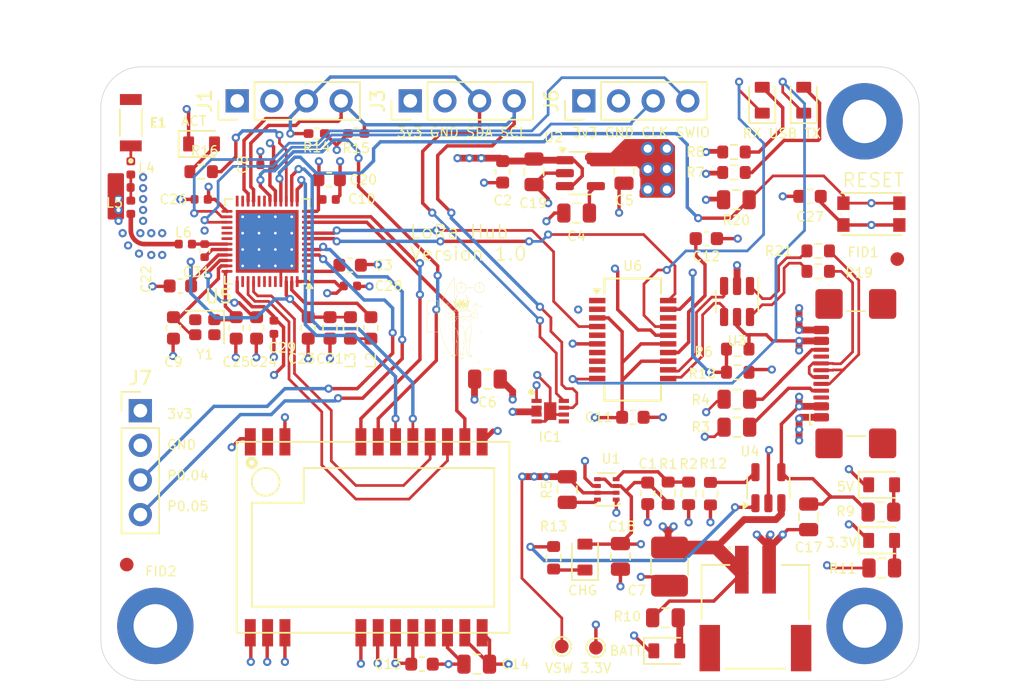
<source format=kicad_pcb>
(kicad_pcb (version 20241229) (generator "pcbnew") (generator_version "9.0")
  (layers (0 "F.Cu" signal) (4 "In1.Cu" signal) (6 "In2.Cu" signal) (2 "B.Cu" signal) (13 "F.Paste" user) (15 "B.Paste" user) (5 "F.SilkS" user "F.Silkscreen") (7 "B.SilkS" user "B.Silkscreen") (1 "F.Mask" user) (3 "B.Mask" user) (25 "Edge.Cuts" user))
  (net 0 "")
  (net 1 "VBUS")
  (net 2 "GND")
  (net 3 "Net-(U5-DEC1)")
  (net 4 "Net-(U2-BP)")
  (net 5 "+3V3")
  (net 6 "+BATT")
  (net 7 "Net-(U5-XC1)")
  (net 8 "/nRF52840 and LoRa/DEC4_6")
  (net 9 "Net-(U5-DEC3)")
  (net 10 "Net-(U5-XC2)")
  (net 11 "/Peripherals/RXLED")
  (net 12 "Net-(D1-A)")
  (net 13 "Net-(D2-A)")
  (net 14 "/Peripherals/TXLED")
  (net 15 "Net-(D3-A)")
  (net 16 "Net-(D4-A)")
  (net 17 "Net-(D5-A)")
  (net 18 "Net-(D6-K)")
  (net 19 "Net-(D7-A)")
  (net 21 "I2C_SDA")
  (net 22 "I2C_SCL")
  (net 23 "/nRF52840 and LoRa/LORA_SPI_CS")
  (net 24 "/nRF52840 and LoRa/SPI_SCK")
  (net 25 "/nRF52840 and LoRa/LORA_BUSY")
  (net 26 "/nRF52840 and LoRa/LORA_IRQ")
  (net 27 "/nRF52840 and LoRa/SPI_MISO")
  (net 29 "/nRF52840 and LoRa/LORA_NRST")
  (net 30 "/nRF52840 and LoRa/SPI_MOSI")
  (net 33 "Net-(J2-CC1)")
  (net 34 "/Power/USB_D+")
  (net 36 "/Power/USB_D-")
  (net 37 "Net-(J2-CC2)")
  (net 38 "SWD_IO")
  (net 39 "SWD_CLK")
  (net 40 "Net-(L2-Pad1)")
  (net 41 "Net-(U5-DCC)")
  (net 42 "Net-(U1-PR1)")
  (net 43 "Net-(U1-ST)")
  (net 44 "Net-(U6-~{RESET})")
  (net 45 "Net-(U4-PROG)")
  (net 46 "Net-(U4-STAT)")
  (net 47 "/nRF52840 and LoRa/LED")
  (net 48 "Net-(U5-~{RESET})")
  (net 57 "/Power/D_P")
  (net 59 "Net-(U5-ANT)")
  (net 60 "Net-(C30-Pad2)")
  (net 62 "UART_RXD")
  (net 64 "UART_TXD")
  (net 69 "/Power/V_SW")
  (net 70 "D+")
  (net 71 "D-")
  (net 72 "Net-(E1-Pad1)")
  (net 83 "Net-(U6-CBUS3)")
  (net 84 "/Power/D_N")
  (net 85 "P0.05")
  (net 86 "P0.04")
  (net 89 "/nRF52840 and LoRa/50Ω")
  (net 90 "unconnected-(IC2-ANT-Pad21)")
  (footprint "Connector_PinHeader_2.54mm:PinHeader_1x04_P2.54mm_Vertical" (layer "F.Cu") (at 212.69 54.5 90)
    (property "Reference" "J3")
    (property "Value" "Conn_01x04_Pin")
  )
  (footprint "Project_Footprints:SOT-23-5" (layer "F.Cu") (at 238.949999 82.8625 90)
    (property "Reference" "U4")
    (property "Value" "MCP73831-2-OT")
  )
  (footprint "Project_Footprints:LED_0805" (layer "F.Cu") (at 197.386499 57.658)
    (property "Reference" "D7" (hide yes))
    (property "Value" "LED Green")
  )
  (footprint "Project_Footprints:TestPoint_Pad_D1.0mm" (layer "F.Cu") (at 226.3 94.6)
    (property "Reference" "TP5" (hide yes))
    (property "Value" "3V3")
  )
  (footprint "Capacitor_SMD:C_0603_1608Metric" (layer "F.Cu") (at 234.4 64.6)
    (property "Reference" "C12")
    (property "Value" "100nF")
  )
  (footprint "Project_Footprints:C_0603_1608Metric" (layer "F.Cu") (at 242 61.5)
    (property "Reference" "C27")
    (property "Value" "100nF")
  )
  (footprint "Project_Footprints:C_0402_1005Metric" (layer "F.Cu") (at 206.744 61.728)
    (property "Reference" "C10")
    (property "Value" "100nF")
  )
  (footprint "Project_Footprints:C_0805_2012Metric" (layer "F.Cu") (at 228.3625 59.6 -90)
    (property "Reference" "C5")
    (property "Value" "1uF")
  )
  (footprint "Project_Footprints:C_0402_1005Metric" (layer "F.Cu") (at 202.184 59.182 180)
    (property "Reference" "C8")
    (property "Value" "100nF")
  )
  (footprint "Project_Footprints:LED_0805" (layer "F.Cu") (at 225.5 87.950001 90)
    (property "Reference" "D6" (hide yes))
    (property "Value" "LED Orange")
  )
  (footprint "Project_Footprints:R_0402_1005Metric_Pad0.72x0.64mm_HandSolder" (layer "F.Cu") (at 208.727 56.886)
    (property "Reference" "R15")
    (property "Value" "4k7")
  )
  (footprint "Project_Footprints:TestPoint_Pad_D1.0mm" (layer "F.Cu") (at 223.8 94.5 180)
    (property "Reference" "TP4" (hide yes))
    (property "Value" "V_SW")
  )
  (footprint "Project_Footprints:LED_0805" (layer "F.Cu") (at 241.54 54.45 90)
    (property "Reference" "D2" (hide yes))
    (property "Value" "LED Blue")
  )
  (footprint "MountingHole:MountingHole_3.2mm_M3_DIN965_Pad_TopBottom" (layer "F.Cu") (at 194 93)
    (property "Reference" "H3" (hide yes))
    (property "Value" "MountingHole_Pad_M3")
  )
  (footprint "Project_Footprints:SOT-583-8" (layer "F.Cu") (at 227.1 82.987499 180)
    (property "Reference" "U1")
    (property "Value" "TPS2116DRLR")
  )
  (footprint "Project_Footprints:C_0805_2012Metric" (layer "F.Cu") (at 218.35 74.9 180)
    (property "Reference" "C6")
    (property "Value" "100nF")
  )
  (footprint "Project_Footprints:C_0603_1608Metric" (layer "F.Cu") (at 206.804 71.145501 -90)
    (property "Reference" "C21")
    (property "Value" "1uF")
  )
  (footprint "Project_Footprints:R_0805_2012Metric" (layer "F.Cu") (at 231.4 92.4)
    (property "Reference" "R10")
    (property "Value" "1K5_0805")
  )
  (footprint "Project_Footprints:R_0805_2012Metric" (layer "F.Cu") (at 224.2 83 -90)
    (property "Reference" "R5")
    (property "Value" "10K")
  )
  (footprint "Project_Footprints:C_0805_2012Metric" (layer "F.Cu") (at 217.5625 95.8)
    (property "Reference" "C14")
    (property "Value" "1uF")
  )
  (footprint "Project_Footprints:R_0603_1608Metric" (layer "F.Cu") (at 223.2 88 -90)
    (property "Reference" "R13")
    (property "Value" "1K")
  )
  (footprint "Project_Footprints:Crystal_SMD_2016-4Pin_2.0x1.6mm" (layer "F.Cu") (at 197.625999 71.095499 180)
    (property "Reference" "Y1")
    (property "Value" "Crystal")
  )
  (footprint "Project_Footprints:C_0603_1608Metric" (layer "F.Cu") (at 230.1 83.275 -90)
    (property "Reference" "C1")
    (property "Value" "10uF")
  )
  (footprint "Project_Footprints:R_0603_1608Metric" (layer "F.Cu") (at 233.1 83.275 90)
    (property "Reference" "R2")
    (property "Value" "100K")
  )
  (footprint "Project_Footprints:SOT-23-6" (layer "F.Cu") (at 236.650001 69.2125 -90)
    (property "Reference" "U3")
    (property "Value" "USBLC6-2SC6")
  )
  (footprint "Project_Footprints:LoRa_JB" (layer "F.Cu") (at 216.3 70.8)
    (property "Reference" "G***" (hide yes))
    (property "Value" "LOGO" (hide yes))
  )
  (footprint "Project_Footprints:E22-900M22S" (layer "F.Cu") (at 209.96 86.5 -90)
    (property "Reference" "IC2" (hide yes))
    (property "Value" "E22-900M22S")
  )
  (footprint "Resistor_SMD:R_0603_1608Metric" (layer "F.Cu") (at 197.358 59.69 180)
    (property "Reference" "R16")
    (property "Value" "1K_0603")
  )
  (footprint "Connector_PinHeader_2.54mm:PinHeader_1x04_P2.54mm_Vertical" (layer "F.Cu") (at 192.9 77.216)
    (property "Reference" "J7")
    (property "Value" "Conn_01x04_Pin")
  )
  (footprint "Project_Footprints:C_0402_1005Metric" (layer "F.Cu") (at 208.303 68.072)
    (property "Reference" "C28")
    (property "Value" "100nF")
  )
  (footprint "Inductor_SMD:L_0402_1005Metric" (layer "F.Cu") (at 196.197786 65 180)
    (property "Reference" "L6")
    (property "Value" "4.7nH")
  )
  (footprint "Project_Footprints:R_0805_2012Metric" (layer "F.Cu") (at 247.2625 88.75)
    (property "Reference" "R11")
    (property "Value" "1K_0805")
  )
  (footprint "Project_Footprints:SOT-23-5" (layer "F.Cu") (at 225.1625 59.8)
    (property "Reference" "U2")
    (property "Value" "MIC5219-3.3YM5")
  )
  (footprint "Project_Footprints:SSOP-20_3.9x8.7mm_P0.635mm" (layer "F.Cu") (at 229 72)
    (property "Reference" "U6")
    (property "Value" "FT231XS")
  )
  (footprint "Project_Footprints:LED_0805" (layer "F.Cu") (at 247.25 82.65)
    (property "Reference" "D3" (hide yes))
    (property "Value" "USB PWR")
  )
  (footprint "Project_Footprints:R_0603_1608Metric" (layer "F.Cu") (at 234.7 83.3 -90)
    (property "Reference" "R12")
    (property "Value" "10K0_0603")
  )
  (footprint "Library:SON50P200X200X80-9N-D" (layer "F.Cu") (at 222.95 77.25)
    (property "Reference" "IC1")
    (property "Value" "MAX17048G+T10" (hide yes))
  )
  (footprint "Project_Footprints:QFN-48-1EP_6x6mm_P0.4mm_EP4.6x4.6mm_ThermalVias" (layer "F.Cu") (at 202.2 64.8 180)
    (property "Reference" "U5")
    (property "Value" "nRF52840-QFAA")
  )
  (footprint "Connector_USB:USB_C_Receptacle_GCT_USB4110" (layer "F.Cu") (at 246.5 74.5 90)
    (property "Reference" "J2" (hide yes))
    (property "Value" "USB_C_Receptacle_USB2.0_16P")
  )
  (footprint "MountingHole:MountingHole_3.2mm_M3_DIN965_Pad_TopBottom" (layer "F.Cu") (at 245.999999 56.000001)
    (property "Reference" "H2")
    (property "Value" "MountingHole_Pad_M3")
  )
  (footprint "Project_Footprints:R_0603_1608Metric" (layer "F.Cu") (at 236.425 58.25)
    (property "Reference" "R8")
    (property "Value" "270R_0603")
  )
  (footprint "Resistor_SMD:R_0603_1608Metric" (layer "F.Cu") (at 236.7 74.4)
    (property "Reference" "R18")
    (property "Value" "10K")
  )
  (footprint "Project_Footprints:L_0402_1005Metric" (layer "F.Cu") (at 191.7 60.85)
    (property "Reference" "L5")
    (property "Value" "2.7nH")
  )
  (footprint "Project_Footprints:C_0402_1005Metric" (layer "F.Cu") (at 197.358 61.722 180)
    (property "Reference" "C26")
    (property "Value" "100nF")
  )
  (footprint "Project_Footprints:R_0805_2012Metric" (layer "F.Cu") (at 236.6 61.75)
    (property "Reference" "R20")
    (property "Value" "10K")
  )
  (footprint "Connector_PinHeader_2.54mm:PinHeader_1x04_P2.54mm_Vertical" (layer "F.Cu") (at 225.420001 54.5 90)
    (property "Reference" "J6")
    (property "Value" "Conn_01x04_Pin")
  )
  (footprint "Project_Footprints:C_0603_1608Metric" (layer "F.Cu") (at 201.422 71.145499 -90)
    (property "Reference" "C24")
    (property "Value" "100pF")
  )
  (footprint "Capacitor_SMD:C_0402_1005Metric" (layer "F.Cu") (at 197.612 65.48 -90)
    (property "Reference" "C31")
    (property "Value" "1pF")
  )
  (footprint "Project_Footprints:R_0805_2012Metric" (layer "F.Cu") (at 236.636499 78.426 180)
    (property "Reference" "R3")
    (property "Value" "5K1_0805")
  )
  (footprint "Project_Footprints:L_0603_1608Metric" (layer "F.Cu") (at 208.304 71.145501 -90)
    (property "Reference" "L3")
    (property "Value" "15uH")
  )
  (footprint "Project_Footprints:C_0603_1608Metric" (layer "F.Cu") (at 229.012499 77.7 180)
    (property "Reference" "C11")
    (property "Value" "100nF")
  )
  (footprint "Project_Footprints:C_0603_1608Metric" (layer "F.Cu") (at 199.926 71.145499 90)
    (property "Reference" "C25")
    (property "Value" "8pF")
  )
  (footprint "Project_Footprints:C_0603_1608Metric" (layer "F.Cu") (at 205.206 71.145499 -90)
    (property "Reference" "C23")
    (property "Value" "C_NP")
  )
  (footprint "Project_Footprints:L_0603_1608Metric" (layer "F.Cu") (at 209.804 71.145501 90)
    (property "Reference" "L2")
    (property "Value" "10uH")
  )
  (footprint "Project_Footprints:C_0603_1608Metric" (layer "F.Cu") (at 206.744 60.278)
    (property "Reference" "C20")
    (property "Value" "1uF")
  )
  (footprint "Project_Footprints:LED_0805" (layer "F.Cu") (at 247.25 86.73)
    (property "Reference" "D5" (hide yes))
    (property "Value" "VREG")
  )
  (footprint "Project_Footprints:R_0603_1608Metric" (layer "F.Cu") (at 231.6 83.275 90)
    (property "Reference" "R1")
    (property "Value" "100K")
  )
  (footprint "Project_Footprints:L_0402_1005Metric" (layer "F.Cu") (at 192.2 59.415 90)
    (property "Reference" "L4")
    (property "Value" "3.3nH")
  )
  (footprint "Project_Footprints:R_0603_1608Metric" (layer "F.Cu") (at 236.425 59.75)
    (property "Reference" "R7")
    (property "Value" "270R_0603")
  )
  (footprint "Project_Footprints:C_0805_2012Metric" (layer "F.Cu") (at 221.7625 59.7 -90)
    (property "Reference" "C19")
    (property "Value" "1uF")
  )
  (footprint "Project_Footprints:C_0402_1005Metric" (layer "F.Cu") (at 202.692 71.097 -90)
    (property "Reference" "C29")
    (property "Value" "100nF")
  )
  (footprint "Project_Footprints:R_0402_1005Metric_Pad0.72x0.64mm_HandSolder" (layer "F.Cu") (at 205.8295 56.896 180)
    (property "Reference" "R14")
    (property "Value" "4k7")
  )
  (footprint "Project_Footprints:C_0603_1608Metric" (layer "F.Cu") (at 195.834 68.072 180)
    (property "Reference" "C22")
    (property "Value" "47nF")
  )
  (footprint "Project_Footprints:C_1210_3225Metric" (layer "F.Cu") (at 231.7 88.65 -90)
    (property "Reference" "C7")
    (property "Value" "10uF")
  )
  (footprint "Project_Footprints:C_0603_1608Metric" (layer "F.Cu") (at 213.550001 95.8 180)
    (property "Reference" "C13")
    (property "Value" "100nF")
  )
  (footprint "Project_Footprints:SW_Push_1P1T_NO_CK_KMR2" (layer "F.Cu") (at 246.5 62.8)
    (property "Reference" "RST1" (hide yes))
    (property "Value" "~")
  )
  (footprint "Fiducial:Fiducial_1mm_Mask2mm" (layer "F.Cu") (at 191.9 88.5 180)
    (property "Reference" "FID2")
    (property "Value" "Fiducial_1mm_Mask2mm")
  )
  (footprint "Project_Footprints:C_0805_2012Metric" (layer "F.Cu") (at 228.1 87.9 -90)
    (property "Reference" "C18")
    (property "Value" "100nF")
  )
  (footprint "Connector_PinHeader_2.54mm:PinHeader_1x04_P2.54mm_Vertical" (layer "F.Cu") (at 200 54.5 90)
    (property "Reference" "J1")
    (property "Value" "Conn_01x04_Pin")
  )
  (footprint "Project_Footprints:R_0805_2012Metric" (layer "F.Cu") (at 236.636499 76.376)
    (property "Reference" "R4")
    (property "Value" "5K1_0805")
  )
  (footprint "Resistor_SMD:R_0603_1608Metric" (layer "F.Cu") (at 242.6 67 180)
    (property "Reference" "R19")
    (property "Value" "27")
  )
  (footprint "Project_Footprints:LED_0805" (layer "F.Cu") (at 231.5 94.825)
    (property "Reference" "D4" (hide yes))
    (property "Value" "BATT PWR")
  )
  (footprint "Fiducial:Fiducial_1mm_Mask2mm" (layer "F.Cu") (at 248.4 66.1)
    (property "Reference" "FID1")
    (property "Value" "Fiducial_1mm_Mask2mm")
  )
  (footprint "Project_Footprints:C_0805_2012Metric" (layer "F.Cu") (at 241.9 85 -90)
    (property "Reference" "C17")
    (property "Value" "100nF")
  )
  (footprint "Project_Footprints:C_0805_2012Metric" (layer "F.Cu") (at 224.8875 62.725 180)
    (property "Reference" "C4")
    (property "Value" "470pF")
  )
  (footprint "Project_Footprints:C_0402_1005Metric" (layer "F.Cu") (at 192.2 62.3 90)
    (property "Reference" "C30" (hide yes))
    (property "Value" "1.2pF")
  )
  (footprint "Project_Footprints:JST_S2B-PH-SM4-TB_LF__SN_" (layer "F.Cu") (at 238 88.875 180)
    (property "Reference" "J4" (hide yes))
    (property "Value" "Header_01x02_2.0mm JST PH")
  )
  (footprint "MountingHole:MountingHole_3.2mm_M3_DIN965_Pad_TopBottom" (layer "F.Cu") (at 245.999999 92.999999)
    (property "Reference" "H4" (hide yes))
    (property "Value" "MountingHole_Pad_M3")
  )
  (footprint "Project_Footprints:R_0805_2012Metric" (layer "F.Cu") (at 247.2 84.65)
    (property "Reference" "R9")
    (property "Value" "1K5_0805")
  )
  (footprint "Project_Footprints:C_0603_1608Metric" (layer "F.Cu") (at 219.4625 59.7 -90)
    (property "Reference" "C2")
    (property "Value" "10uF")
  )
  (footprint "Project_Footprints:XDCR_2450AT18B100E" (layer "F.Cu") (at 192.2 56.1 90)
    (property "Reference" "E1")
    (property "Value" "2450AT18B100E")
  )
  (footprint "Resistor_SMD:R_0603_1608Metric" (layer "F.Cu") (at 242.6 65.5 180)
    (property "Reference" "R21")
    (property "Value" "27")
  )
  (footprint "Project_Footprints:C_0603_1608Metric" (layer "F.Cu") (at 208.28 66.548)
    (property "Reference" "C3")
    (property "Value" "100nF")
  )
  (footprint "Project_Footprints:LED_0805" (layer "F.Cu") (at 238.5 54.449999 90)
    (property "Reference" "D1" (hide yes))
    (property "Value" "LED Yellow")
  )
  (footprint "Resistor_SMD:R_0603_1608Metric" (layer "F.Cu") (at 236.7 72.7 180)
    (property "Reference" "R6")
    (property "Value" "4k7")
  )
  (footprint "Project_Footprints:C_0603_1608Metric" (layer "F.Cu") (at 195.326 71.1455 90)
    (property "Reference" "C9")
    (property "Value" "8pF")
  )
  (gr_line (start 190 55) (end 190 94) (stroke (width 0.05)) (layer "Edge.Cuts"))
  (gr_line (start 193 97) (end 247 97) (stroke (width 0.05)) (layer "Edge.Cuts"))
  (gr_arc (start 193 97) (mid 190.87868 96.12132) (end 190 94) (stroke (width 0.05)) (layer "Edge.Cuts"))
  (gr_arc (start 247 52) (mid 249.12132 52.87868) (end 250 55) (stroke (width 0.05)) (layer "Edge.Cuts"))
  (gr_arc (start 190 55) (mid 190.87868 52.87868) (end 193 52) (stroke (width 0.05)) (layer "Edge.Cuts"))
  (gr_arc (start 250 94) (mid 249.12132 96.12132) (end 247 97) (stroke (width 0.05)) (layer "Edge.Cuts"))
  (gr_line (start 193 52) (end 247 52) (stroke (width 0.05)) (layer "Edge.Cuts"))
  (gr_line (start 250 94) (end 250 55) (stroke (width 0.05)) (layer "Edge.Cuts"))
  (gr_text "BATT" (at 227.25 95.225 0) (layer "F.SilkS") (effects (font (size 0.7 0.7) (thickness 0.1)) (justify left bottom)))
  (gr_text "3.3V" (at 225.1 96.5 0) (layer "F.SilkS") (effects (font (size 0.7 0.7) (thickness 0.1)) (justify left bottom)))
  (gr_text "RX USB TX" (at 237 57.3 0) (layer "F.SilkS") (effects (font (size 0.7 0.7) (thickness 0.1)) (justify left bottom)))
  (gr_text "VSW" (at 222.5 96.5 0) (layer "F.SilkS") (effects (font (size 0.7 0.7) (thickness 0.1)) (justify left bottom)))
  (gr_text "LoRa Hub\nVersion 1.0" (at 212.598 66.294 0) (layer "F.SilkS") (effects (font (size 1 1) (thickness 0.1)) (justify left bottom)))
  (gr_text "3v3\n\nGND\n\nP0.04\n\nP0.05" (at 194.8 84.636 0) (layer "F.SilkS") (effects (font (size 0.7 0.7) (thickness 0.1)) (justify left bottom)))
  (gr_text "3v3 GND CLK SWIO" (at 224.5 57.225 0) (layer "F.SilkS") (effects (font (size 0.7 0.7) (thickness 0.1)) (justify left bottom)))
  (gr_text "3.3V" (at 243.1 87.3 0) (layer "F.SilkS") (effects (font (size 0.7 0.7) (thickness 0.1)) (justify left bottom)))
  (gr_text "CHG" (at 224.2 90.8 0) (layer "F.SilkS") (effects (font (size 0.7 0.7) (thickness 0.1)) (justify left bottom)))
  (gr_text "5V" (at 243.9 83.2 0) (layer "F.SilkS") (effects (font (size 0.7 0.7) (thickness 0.1)) (justify left bottom)))
  (gr_text "3v3 GND SDA SCL" (at 211.65 57.225 0) (layer "F.SilkS") (effects (font (size 0.7 0.7) (thickness 0.1)) (justify left bottom)))
  (gr_text "RESET" (at 244.3 60.9 0) (layer "F.SilkS") (effects (font (size 1 1) (thickness 0.1)) (justify left bottom)))
  (gr_text "ACT" (at 195.834 56.388 0) (layer "F.SilkS") (effects (font (size 0.7 0.7) (thickness 0.1)) (justify left bottom)))
  (via (at 225 69.8) (size 0.6) (drill 0.3) (layers "F.Cu" "B.Cu") (net 0))
  (segment (start 231.6 84.1) (end 231.6 83.987499) (width 0.25) (layer "F.Cu") (net 1))
  (segment (start 231.6 83.987499) (end 230.1 82.487499) (width 0.25) (layer "F.Cu") (net 1))
  (segment (start 242.82 76.9) (end 241.2 76.9) (width 0.5) (layer "F.Cu") (net 1))
  (segment (start 229.6 87) (end 228.137501 87) (width 0.25) (layer "F.Cu") (net 1))
  (segment (start 239.899998 78.200002) (end 241.2 76.9) (width 0.25) (layer "F.Cu") (net 1))
  (segment (start 227.45267 82.737499) (end 227.7858 82.737499) (width 0.25) (layer "F.Cu") (net 1))
  (segment (start 225.5 87.000002) (end 228.062497 87.000002) (width 0.25) (layer "F.Cu") (net 1))
  (segment (start 230.1 82.487499) (end 229.13107 82.487499) (width 0.25) (layer "F.Cu") (net 1))
  (segment (start 236.650001 71.012499) (end 237.287502 71.65) (width 0.25) (layer "F.Cu") (net 1))
  (segment (start 239.899998 81.725) (end 239.899998 78.200002) (width 0.25) (layer "F.Cu") (net 1))
  (segment (start 240.374998 82.2) (end 239.899998 81.725) (width 0.25) (layer "F.Cu") (net 1))
  (segment (start 246.2625 84.65) (end 245.1625 83.55) (width 0.25) (layer "F.Cu") (net 1))
  (segment (start 237.525 71.725) (end 237.525 72.7) (width 0.25) (layer "F.Cu") (net 1))
  (segment (start 237.287502 71.65) (end 237.6 71.65) (width 0.25) (layer "F.Cu") (net 1))
  (segment (start 237.6 71.65) (end 238.8 71.65) (width 0.25) (layer "F.Cu") (net 1))
  (segment (start 238.8 71.65) (end 239.25 72.1) (width 0.25) (layer "F.Cu") (net 1))
  (segment (start 230.1 82.487499) (end 229.85 82.737499) (width 0.25) (layer "F.Cu") (net 1))
  (segment (start 242.82 72.1) (end 241.2 72.1) (width 0.5) (layer "F.Cu") (net 1))
  (segment (start 228.5 83.118569) (end 228.11893 82.737499) (width 0.25) (layer "F.Cu") (net 1))
  (segment (start 228.137501 87) (end 228.1 86.962499) (width 0.25) (layer "F.Cu") (net 1))
  (segment (start 228.9 86.162499) (end 228.9 83.518569) (width 0.25) (layer "F.Cu") (net 1))
  (segment (start 236.650001 70.35) (end 236.650001 71.012499) (width 0.25) (layer "F.Cu") (net 1))
  (segment (start 243.5 83.5) (end 242.937501 84.062499) (width 0.25) (layer "F.Cu") (net 1))
  (segment (start 229.13107 82.487499) (end 228.5 83.118569) (width 0.25) (layer "F.Cu") (net 1))
  (segment (start 230.137499 82.45) (end 230.1 82.487499) (width 0.35) (layer "F.Cu") (net 1))
  (segment (start 245.1625 83.55) (end 243.55 83.55) (width 0.25) (layer "F.Cu") (net 1))
  (segment (start 228.1 86.962499) (end 228.9 86.162499) (width 0.25) (layer "F.Cu") (net 1))
  (segment (start 226.95267 82.237499) (end 227.45267 82.737499) (width 0.25) (layer "F.Cu") (net 1))
  (segment (start 243.5 83.5) (end 242.2 82.2) (width 0.25) (layer "F.Cu") (net 1))
  (segment (start 241.2 76.2) (end 241.2 76.9) (width 0.5) (layer "F.Cu") (net 1))
  (segment (start 241.2 72.1) (end 241.2 72.8) (width 0.5) (layer "F.Cu") (net 1))
  (segment (start 239.25 72.1) (end 241.2 72.1) (width 0.25) (layer "F.Cu") (net 1))
  (segment (start 226.4142 82.237499) (end 226.95267 82.237499) (width 0.25) (layer "F.Cu") (net 1))
  (segment (start 243.55 83.55) (end 243.5 83.5) (width 0.25) (layer "F.Cu") (net 1))
  (segment (start 242.2 82.2) (end 240.374998 82.2) (width 0.25) (layer "F.Cu") (net 1))
  (segment (start 242.937501 84.062499) (end 241.9 84.062499) (width 0.25) (layer "F.Cu") (net 1))
  (segment (start 228.11893 82.737499) (end 227.7858 82.737499) (width 0.25) (layer "F.Cu") (net 1))
  (segment (start 237.6 71.65) (end 237.525 71.725) (width 0.25) (layer "F.Cu") (net 1))
  (segment (start 228.9 83.518569) (end 228.5 83.118569) (width 0.25) (layer "F.Cu") (net 1))
  (segment (start 228.062497 87.000002) (end 228.1 86.962499) (width 0.25) (layer "F.Cu") (net 1))
  (via (at 241.2 76.9) (size 0.6) (drill 0.3) (layers "F.Cu" "B.Cu") (net 1))
  (via (at 241.2 72.1) (size 0.6) (drill 0.3) (layers "F.Cu" "B.Cu") (net 1))
  (via (at 241.2 72.8) (size 0.6) (drill 0.3) (layers "F.Cu" "B.Cu") (net 1))
  (via (at 229.6 87) (size 0.6) (drill 0.3) (layers "F.Cu" "B.Cu") (net 1))
  (via (at 241.2 76.2) (size 0.6) (drill 0.3) (layers "F.Cu" "B.Cu") (net 1))
  (segment (start 246.5 63.6) (end 248.55 63.6) (width 0.25) (layer "F.Cu") (net 2))
  (segment (start 199.9 73.306249) (end 199.9 71.893751) (width 0.25) (layer "F.Cu") (net 2))
  (segment (start 199.25 65.4) (end 198.172 65.4) (width 0.25) (layer "F.Cu") (net 2))
  (segment (start 242.82 71.3) (end 241.4 71.3) (width 0.5) (layer "F.Cu") (net 2))
  (segment (start 239 87.3) (end 240 86.3) (width 0.5) (layer "F.Cu") (net 2))
  (segment (start 228 60.9) (end 228.3625 60.5375) (width 0.25) (layer "F.Cu") (net 2))
  (segment (start 234.286499 79.126) (end 234.998998 79.126) (width 0.2) (layer "F.Cu") (net 2))
  (segment (start 202.2 95.634999) (end 202.230001 95.665) (width 0.25) (layer "F.Cu") (net 2))
  (segment (start 227.8 83.751699) (end 227.7858 83.737499) (width 0.25) (layer "F.Cu") (net 2))
  (segment (start 200.5 79.271262) (end 200.771262 79.271262) (width 0.2) (layer "F.Cu") (net 2))
  (segment (start 241.9 85.937501) (end 240.362499 85.937501) (width 0.25) (layer "F.Cu") (net 2))
  (segment (start 230.6825 71.6825) (end 231.6 71.6825) (width 0.25) (layer "F.Cu") (net 2))
  (segment (start 207.544 58.928) (end 207.544 60.2655) (width 0.25) (layer "F.Cu") (net 2))
  (segment (start 222.675 63.325) (end 223.25 62.75) (width 0.25) (layer "F.Cu") (net 2))
  (segment (start 218.5 95.8) (end 219.9 95.8) (width 0.25) (layer "F.Cu") (net 2))
  (segment (start 218.1 60.5) (end 219.45 60.5) (width 0.25) (layer "F.Cu") (net 2))
  (segment (start 207.544 60.2655) (end 207.5315 60.278) (width 0.25) (layer "F.Cu") (net 2))
  (segment (start 223.95 62.725) (end 223.25 62.725) (width 0.25) (layer "F.Cu") (net 2))
  (segment (start 203.5 77.7) (end 203.5 79.5) (width 0.25) (layer "F.Cu") (net 2))
  (segment (start 227.9 69.8) (end 227.9 67) (width 0.25) (layer "F.Cu") (net 2))
  (segment (start 203.2 67.75) (end 203.2 65.8) (width 0.2) (layer "F.Cu") (net 2))
  (segment (start 212.88 95.6825) (end 212.7625 95.8) (width 0.25) (layer "F.Cu") (net 2))
  (segment (start 200.771262 79.271262) (end 201 79.5) (width 0.2) (layer "F.Cu") (net 2))
  (segment (start 229.4 71.3) (end 227.9 69.8) (width 0.25) (layer "F.Cu") (net 2))
  (segment (start 236.7 64.6) (end 235.175 64.6) (width 0.25) (layer "F.Cu") (net 2))
  (segment (start 239 87.3) (end 239 86.4) (width 0.5) (layer "F.Cu") (net 2))
  (segment (start 222.8 62) (end 222.8 61.675) (width 0.25) (layer "F.Cu") (net 2))
  (segment (start 210.306248 66.5) (end 208.893752 66.5) (width 0.25) (layer "F.Cu") (net 2))
  (segment (start 222.95 77.627) (end 222.577 78) (width 0.2) (layer "F.Cu") (net 2))
  (segment (start 201.7 58.2) (end 201.7 58.9) (width 0.25) (layer "F.Cu") (net 2))
  (segment (start 230.225 94.825) (end 229.1 93.7) (width 0.25) (layer "F.Cu") (net 2))
  (segment (start 234.998998 79.126) (end 235.698998 78.426) (width 0.2) (layer "F.Cu") (net 2))
  (segment (start 196.873 61.722) (end 195.834 61.722) (width 0.25) (layer "F.Cu") (net 2))
  (segment (start 229.6 89.4) (end 231.050001 89.4) (width 0.25) (layer "F.Cu") (net 2))
  (segment (start 211.6 95.734999) (end 211.630001 95.765) (width 0.25) (layer "F.Cu") (net 2))
  (segment (start 217.4 76.406249) (end 217.4 74.912499) (width 0.5) (layer "F.Cu") (net 2))
  (segment (start 234.7 85.4) (end 234.7 84.1) (width 0.25) (layer "F.Cu") (net 2))
  (segment (start 234.386499 77.326) (end 235.186499 76.526) (width 0.2) (layer "F.Cu") (net 2))
  (segment (start 246.3 82.65) (end 246 82.65) (width 0.25) (layer "F.Cu") (net 2))
  (segment (start 218.5 95.8) (end 218.5 94.04) (width 0.25) (layer "F.Cu") (net 2))
  (segment (start 238.949999 80.150001) (end 239 80.1) (width 0.25) (layer "F.Cu") (net 2))
  (segment (start 226.4 72.3175) (end 224.6175 72.3175) (width 0.25) (layer "F.Cu") (net 2))
  (segment (start 218.5 95.8) (end 216.69 93.99) (width 0.25) (layer "F.Cu") (net 2))
  (segment (start 230.3 71.3) (end 230.6825 71.6825) (width 0.25) (layer "F.Cu") (net 2))
  (segment (start 228 62.7) (end 228 60.9) (width 0.25) (layer "F.Cu") (net 2))
  (segment (start 205.2 73.406249) (end 205.2 71.993751) (width 0.25) (layer "F.Cu") (net 2))
  (segment (start 222.95 75.55) (end 222 74.6) (width 0.2) (layer "F.Cu") (net 2))
  (segment (start 196.4365 55.2365) (end 196.3 55.1) (width 0.25) (layer "F.Cu") (net 2))
  (segment (start 235.548998 76.526) (end 235.698998 76.376) (width 0.2) (layer "F.Cu") (net 2))
  (segment (start 218.5 94.04) (end 217.96 93.5) (width 0.25) (layer "F.Cu") (net 2))
  (segment (start 221.95 75.35) (end 221.95 76.5) (width 0.2) (layer "F.Cu") (net 2))
  (segment (start 245.12 85.55) (end 246.3 86.73) (width 0.25) (layer "F.Cu") (net 2))
  (segment (start 201 95.634999) (end 201.030001 95.665) (width 0.25) (layer "F.Cu") (net 2))
  (segment (start 202.2 93.365) (end 202.2 95.634999) (width 0.25) (layer "F.Cu") (net 2))
  (segment (start 223.2 77.5) (end 223.95 77.5) (width 0.2) (layer "F.Cu") (net 2))
  (segment (start 218.76 78.7) (end 217.96 79.5) (width 0.35) (layer "F.Cu") (net 2))
  (segment (start 216.69 93.99) (end 216.69 93.5) (width 0.25) (layer "F.Cu") (net 2))
  (segment (start 217.4 74.912499) (end 217.412499 74.9) (width 0.5) (layer "F.Cu") (net 2))
  (segment (start 203.5 95.634999) (end 203.530001 95.665) (width 0.25) (layer "F.Cu") (net 2))
  (segment (start 241.2 71.3) (end 241.2 69.7) (width 0.5) (layer "F.Cu") (net 2))
  (segment (start 222.6 59.8) (end 221.7625 60.6375) (width 0.25) (layer "F.Cu") (net 2))
  (segment (start 198.172 65.4) (end 197.612 65.96) (width 0.25) (layer "F.Cu") (net 2))
  (segment (start 244.45 63.6) (end 242.7875 61.9375) (width 0.25) (layer "F.Cu") (net 2))
  (segment (start 230.55 94.825) (end 230.225 94.825) (width 0.25) (layer "F.Cu") (net 2))
  (segment (start 239.2 74.2) (end 237.725 74.2) (width 0.25) (layer "F.Cu") (net 2))
  (segment (start 201.7 58.9) (end 201.699 58.901) (width 0.25) (layer "F.Cu") (net 2))
  (segment (start 219.1 78.7) (end 218.76 78.7) (width 0.35) (layer "F.Cu") (net 2))
  (segment (start 209.7 68.1) (end 208.693752 68.1) (width 0.25) (layer "F.Cu") (net 2))
  (segment (start 193.793752 68.1) (end 195.206248 68.1) (width 0.25) (layer "F.Cu") (net 2))
  (segment (start 244.85 85.55) (end 245.12 85.55) (width 0.25) (layer "F.Cu") (net 2))
  (segment (start 241.2 77.8) (end 241.2 79.4) (width 0.5) (layer "F.Cu") (net 2))
  (segment (start 201.4 73.306249) (end 201.4 71.893751) (width 0.25) (layer "F.Cu") (net 2))
  (segment (start 235.186499 76.526) (end 235.548998 76.526) (width 0.2) (layer "F.Cu") (net 2))
  (segment (start 212.88 93.5) (end 212.88 95.6825) (width 0.25) (layer "F.Cu") (net 2))
  (segment (start 223.25 62.75) (end 223.25 62.725) (width 0.25) (layer "F.Cu") (net 2))
  (segment (start 236.650001 68.075) (end 236.65 66.55) (width 0.5) (layer "F.Cu") (net 2))
  (segment (start 206.804 73.38925) (end 206.804 71.976752) (width 0.25) (layer "F.Cu") (net 2))
  (segment (start 211.6 95.734999) (end 212.6975 95.734999) (width 0.25) (layer "F.Cu") (net 2))
  (segment (start 233.1 85.4) (end 233.1 84.1) (width 0.25) (layer "F.Cu") (net 2))
  (segment (start 235.686499 76.3635) (end 235.698999 76.376) (width 0.25) (layer "F.Cu") (net 2))
  (segment (start 241.3 77.7) (end 241.2 77.8) (width 0.5) (layer "F.Cu") (net 2))
  (segment (start 242.7875 61.9375) (end 242.7875 61.5) (width 0.25) (layer "F.Cu") (net 2))
  (segment (start 200.731262 79.271262) (end 200.96 79.5) (width 0.25) (layer "F.Cu") (net 2))
  (segment (start 210.3 93.465) (end 210.3 95.734999) (width 0.25) (layer "F.Cu") (net 2))
  (segment (start 222.95 77.25) (end 223.2 77.5) (width 0.2) (layer "F.Cu") (net 2))
  (segment (start 239 89.125) (end 239 87.3) (width 0.5) (layer "F.Cu") (net 2))
  (segment (start 239 86.4) (end 239.1 86.3) (width 0.5) (layer "F.Cu") (net 2))
  (segment (start 246 82.65) (end 244.85 81.5) (width 0.25) (layer "F.Cu") (net 2))
  (segment (start 199.6 79.9) (end 200.228738 79.271262) (width 0.25) (layer "F.Cu") (net 2))
  (segment (start 207.5315 60.278) (end 207.5315 61.4255) (width 0.25) (layer "F.Cu") (net 2))
  (segment (start 195.3 73.206249) (end 195.3 71.793751) (width 0.25) (layer "F.Cu") (net 2))
  (segment (start 227.8 84.7) (end 227.8 83.751699) (width 0.25) (layer "F.Cu") (net 2))
  (segment (start 219.45 60.5) (end 219.4625 60.4875) (width 0.25) (layer "F.Cu") (net 2))
  (segment (start 227.9 67) (end 227.7 66.8) (width 0.25) (layer "F.Cu") (net 2))
  (segment (start 209.069999 95.769999) (end 209.1 95.8) (width 0.25) (layer "F.Cu") (net 2))
  (segment (start 229.829999 77.670001) (end 229.8 77.7) (width 0.25) (layer "F.Cu") (net 2))
  (segment (start 210.3 95.734999) (end 210.330001 95.765) (width 0.25) (layer "F.Cu") (net 2))
  (segment (start 239 87.2) (end 239 87.3) (width 0.5) (layer "F.Cu") (net 2))
  (segment (start 200.228738 79.271262) (end 200.5 79.271262) (width 0.25) (layer "F.Cu") (net 2))
  (segment (start 196.4365 57.658) (end 196.4365 55.2365) (width 0.25) (layer "F.Cu") (net 2))
  (segment (start 230.1 85.4) (end 230.1 84.062501) (width 0.25) (layer "F.Cu") (net 2))
  (segment (start 228.1 90.1) (end 228.1 88.837501) (width 0.25) (layer "F.Cu") (net 2))
  (segment (start 237.525 74.4) (end 237.525 74.549998) (width 0.25) (layer "F.Cu") (net 2))
  (segment (start 222.8 61.675) (end 221.7625 60.6375) (width 0.25) (layer "F.Cu") (net 2))
  (segment (start 222.95 77.25) (end 222.95 75.55) (width 0.2) (layer "F.Cu") (net 2))
  (segment (start 201 79.5) (end 200.96 79.5) (width 0.2) (layer "F.Cu") (net 2))
  (segment (start 237.725 74.2) (end 237.525 74.4) (width 0.25) (layer "F.Cu") (net 2))
  (segment (start 242.82 77.7) (end 241.3 77.7) (width 0.5) (layer "F.Cu") (net 2))
  (segment (start 201.6 65.4) (end 200.4 65.4) (width 0.2) (layer "F.Cu") (net 2))
  (segment (start 241.4 71.3) (end 241.2 71.1) (width 0.5) (layer "F.Cu") (net 2))
  (segment (start 246.5 63.6) (end 244.45 63.6) (width 0.25) (layer "F.Cu") (net 2))
  (segment (start 212.6975 95.734999) (end 212.762501 95.8) (width 0.25) (layer "F.Cu") (net 2))
  (segment (start 203.5 93.365) (end 203.5 95.634999) (width 0.25) (layer "F.Cu") (net 2))
  (segment (start 238.1 86.3) (end 239 87.2) (width 0.5) (layer "F.Cu") (net 2))
  (segment (start 222.577 78) (end 221.95 78) (width 0.2) (layer "F.Cu") (net 2))
  (segment (start 207.5315 61.4255) (end 207.229 61.728) (width 0.25) (layer "F.Cu") (net 2))
  (segment (start 203.2 65.8) (end 202.2 64.8) (width 0.2) (layer "F.Cu") (net 2))
  (segment (start 200.228738 79.271262) (end 200.731262 79.271262) (width 0.25) (layer "F.Cu") (net 2))
  (segment (start 209.069999 93.5) (end 209.069999 95.769999) (width 0.25) (layer "F.Cu") (net 2))
  (segment (start 235.636499 78.488499) (end 235.698998 78.426) (width 0.25) (layer "F.Cu") (net 2))
  (segment (start 201 93.365) (end 201 95.634999) (width 0.25) (layer "F.Cu") (net 2))
  (segment (start 238.949999 84) (end 238.949999 80.150001) (width 0.25) (layer "F.Cu") (net 2))
  (segment (start 224.6175 72.3175) (end 224.6 72.3) (width 0.25) (layer "F.Cu") (net 2))
  (segment (start 222.95 77.25) (end 222.95 77.627) (width 0.2) (layer "F.Cu") (net 2))
  (segment (start 231.050001 89.4) (end 231.7 90.049999) (width 0.25) (layer "F.Cu") (net 2))
  (segment (start 202.692 73.282) (end 202.692 71.582001) (width 0.25) (layer "F.Cu") (net 2))
  (segment (start 230.3 71.3) (end 229.4 71.3) (width 0.25) (layer "F.Cu") (net 2))
  (segment (start 241.2125 61.5) (end 240 61.5) (width 0.25) (layer "F.Cu") (net 2))
  (segment (start 201.699 58.901) (end 201.699 59.182) (width 0.25) (layer "F.Cu") (net 2))
  (segment (start 211.6 93.465) (end 211.6 95.734999) (width 0.25) (layer "F.Cu") (net 2))
  (segment (start 240.362499 85.937501) (end 240 86.3) (width 0.25) (layer "F.Cu") (net 2))
  (segment (start 224.025 59.8) (end 222.6 59.8) (width 0.25) (layer "F.Cu") (net 2))
  (segment (start 231.2125 77.7) (end 229.8 77.7) (width 0.25) (layer "F.Cu") (net 2))
  (via (at 244.85 81.5) (size 0.6) (drill 0.3) (layers "F.Cu" "B.Cu") (net 2))
  (via (at 197.612 64.008) (size 0.6) (drill 0.3) (layers "F.Cu" "B.Cu") (net 2))
  (via (at 193.793752 68.1) (size 0.6) (drill 0.3) (layers "F.Cu" "B.Cu") (net 2))
  (via (at 241.2 70.5) (size 0.6) (drill 0.3) (layers "F.Cu" "B.Cu") (net 2))
  (via (at 192 65.1) (size 0.6) (drill 0.3) (layers "F.Cu" "B.Cu") (net 2))
  (via (at 236.7 64.6) (size 0.6) (drill 0.3) (layers "F.Cu" "B.Cu") (net 2))
  (via (at 218.1 60.5) (size 0.6) (drill 0.3) (layers "F.Cu" "B.Cu") (net 2))
  (via (at 241.2 77.8) (size 0.6) (drill 0.3) (layers "F.Cu" "B.Cu") (net 2))
  (via (at 193.1 63.3) (size 0.6) (drill 0.3) (layers "F.Cu" "B.Cu") (net 2))
  (via (at 233.1 85.4) (size 0.6) (drill 0.3) (layers "F.Cu" "B.Cu") (net 2))
  (via (at 201 95.634999) (size 0.6) (drill 0.3) (layers "F.Cu" "B.Cu") (net 2))
  (via (at 205.2 73.406249) (size 0.6) (drill 0.3) (layers "F.Cu" "B.Cu") (net 2))
  (via (at 191.3 62.5) (size 0.6) (drill 0.3) (layers "F.Cu" "B.Cu") (net 2))
  (via (at 244.85 85.55) (size 0.6) (drill 0.3) (layers "F.Cu" "B.Cu") (net 2))
  (via (at 241.2 69.7) (size 0.6) (drill 0.3) (layers "F.Cu" "B.Cu") (net 2))
  (via (at 241.2 78.6) (size 0.6) (drill 0.3) (layers "F.Cu" "B.Cu") (net 2))
  (via (at 211.6 95.734999) (size 0.6) (drill 0.3) (layers "F.Cu" "B.Cu") (net 2))
  (via (at 239.1 86.3) (size 0.6) (drill 0.3) (layers "F.Cu" "B.Cu") (net 2))
  (via (at 199.9 73.306249) (size 0.6) (drill 0.3) (layers "F.Cu" "B.Cu") (net 2))
  (via (at 238.1 86.3) (size 0.6) (drill 0.3) (layers "F.Cu" "B.Cu") (net 2))
  (via (at 239 80.1) (size 0.6) (drill 0.3) (layers "F.Cu" "B.Cu") (net 2))
  (via (at 239.2 74.2) (size 0.6) (drill 0.3) (layers "F.Cu" "B.Cu") (net 2))
  (via (at 207.544 58.928) (size 0.6) (drill 0.3) (layers "F.Cu" "B.Cu") (net 2))
  (via (at 241.2 71.3) (size 0.6) (drill 0.3) (layers "F.Cu" "B.Cu") (net 2))
  (via (at 193.7 64.2) (size 0.6) (drill 0.3) (layers "F.Cu" "B.Cu") (net 2))
  (via (at 224.6 72.3) (size 0.6) (drill 0.3) (layers "F.Cu" "B.Cu") (net 2))
  (via (at 203.5 95.634999) (size 0.6) (drill 0.3) (layers "F.Cu" "B.Cu") (net 2))
  (via (at 201.7 58.2) (size 0.6) (drill 0.3) (layers "F.Cu" "B.Cu") (net 2))
  (via (at 227.8 84.7) (size 0.6) (drill 0.3) (layers "F.Cu" "B.Cu") (net 2))
  (via (at 228 62.7) (size 0.6) (drill 0.3) (layers "F.Cu" "B.Cu") (net 2))
  (via (at 191.3 61.7) (size 0.6) (drill 0.3) (layers "F.Cu" "B.Cu") (net 2))
  (via (at 240 86.3) (size 0.6) (drill 0.3) (layers "F.Cu" "B.Cu") (net 2))
  (via (at 194.5 65.8) (size 0.6) (drill 0.3) (layers "F.Cu" "B.Cu") (net 2))
  (via (at 192.9 64.2) (size 0.6) (drill 0.3) (layers "F.Cu" "B.Cu") (net 2))
  (via (at 234.286499 79.126) (size 0.6) (drill 0.3) (layers "F.Cu" "B.Cu") (net 2))
  (via (at 234.386499 77.326) (size 0.6) (drill 0.3) (layers "F.Cu" "B.Cu") (net 2))
  (via (at 229.6 89.4) (size 0.6) (drill 0.3) (layers "F.Cu" "B.Cu") (net 2))
  (via (at 210.306248 66.5) (size 0.6) (drill 0.3) (layers "F.Cu" "B.Cu") (net 2))
  (via (at 195.3 73.206249) (size 0.6) (drill 0.3) (layers "F.Cu" "B.Cu") (net 2))
  (via (at 210.3 95.734999) (size 0.6) (drill 0.3) (layers "F.Cu" "B.Cu") (net 2))
  (via (at 199.6 79.9) (size 0.6) (drill 0.3) (layers "F.Cu" "B.Cu") (net 2))
  (via (at 222.8 62) (size 0.6) (drill 0.3) (layers "F.Cu" "B.Cu") (net 2))
  (via (at 246.5 63.6) (size 0.6) (drill 0.3) (layers "F.Cu" "B.Cu") (net 2))
  (via (at 196.3 55.1) (size 0.6) (drill 0.3) (layers "F.Cu" "B.Cu") (net 2))
  (via (at 219.9 95.8) (size 0.6) (drill 0.3) (layers "F.Cu" "B.Cu") (net 2))
  (via (at 217.4 76.406249) (size 0.6) (drill 0.3) (layers "F.Cu" "B.Cu") (net 2))
  (via (at 222.675 63.325) (size 0.6) (drill 0.3) (layers "F.Cu" "B.Cu") (net 2))
  (via (at 203.5 77.7) (size 0.6) (drill 0.3) (layers "F.Cu" "B.Cu") (net 2))
  (via (at 193.1 60.9) (size 0.6) (drill 0.3) (layers "F.Cu" "B.Cu") (net 2))
  (via (at 209.7 68.1) (size 0.6) (drill 0.3) (layers "F.Cu" "B.Cu") (net 2))
  (via (at 228.1 90.1) (size 0.6) (drill 0.3) (layers "F.Cu" "B.Cu") (net 2))
  (via (at 192.8 65.7) (size 0.6) (drill 0.3) (layers "F.Cu" "B.Cu") (net 2))
  (via (at 229.1 93.7) (size 0.6) (drill 0.3) (layers "F.Cu" "B.Cu") (net 2))
  (via (at 221.95 75.35) (size 0.6) (drill 0.3) (layers "F.Cu" "B.Cu") (net 2))
  (via (at 201.4 73.306249) (size 0.6) (drill 0.3) (layers "F.Cu" "B.Cu") (net 2))
  (via (at 219.1 78.7) (size 0.6) (drill 0.3) (layers "F.Cu" "B.Cu") (net 2))
  (via (at 195.834 61.722) (size 0.6) (drill 0.3) (layers "F.Cu" "B.Cu") (net 2))
  (via (at 191.3 63.3) (size 0.6) (drill 0.3) (layers "F.Cu" "B.Cu") (net 2))
  (via (at 227.7 66.8) (size 0.6) (drill 0.3) (layers "F.Cu" "B.Cu") (net 2))
  (via (at 240 61.5) (size 0.6) (drill 0.3) (layers "F.Cu" "B.Cu") (net 2))
  (via (at 231.2125 77.7) (size 0.6) (drill 0.3) (layers "F.Cu" "B.Cu") (net 2))
  (via (at 193.1 60.1) (size 0.6) (drill 0.3) (layers "F.Cu" "B.Cu") (net 2))
  (via (at 230.1 85.4) (size 0.6) (drill 0.3) (layers "F.Cu" "B.Cu") (net 2))
  (via (at 202.2 95.634999) (size 0.6) (drill 0.3) (layers "F.Cu" "B.Cu") (net 2))
  (via (at 191.6 64.2) (size 0.6) (drill 0.3) (layers "F.Cu" "B.Cu") (net 2))
  (via (at 193.1 61.7) (size 0.6) (drill 0.3) (layers "F.Cu" "B.Cu") (net 2))
  (via (at 193.1 62.5) (size 0.6) (drill 0.3) (layers "F.Cu" "B.Cu") (net 2))
  (via (at 241.2 79.4) (size 0.6) (drill 0.3) (layers "F.Cu" "B.Cu") (net 2))
  (via (at 209.069999 95.769999) (size 0.6) (drill 0.3) (layers "F.Cu" "B.Cu") (net 2))
  (via (at 236.65 66.55) (size 0.6) (drill 0.3) (layers "F.Cu" "B.Cu") (net 2))
  (via (at 202.692 73.282) (size 0.6) (drill 0.3) (layers "F.Cu" "B.Cu") (net 2))
  (via (at 222 74.6) (size 0.6) (drill 0.3) (layers "F.Cu" "B.Cu") (net 2))
  (via (at 234.7 85.4) (size 0.6) (drill 0.3) (layers "F.Cu" "B.Cu") (net 2))
  (via (at 206.804 73.38925) (size 0.6) (drill 0.3) (layers "F.Cu" "B.Cu") (net 2))
  (via (at 193.7 65.8) (size 0.6) (drill 0.3) (layers "F.Cu" "B.Cu") (net 2))
  (via (at 194.5 64.2) (size 0.6) (drill 0.3) (layers "F.Cu" "B.Cu") (net 2))
  (segment (start 207.0405 67) (end 207.4925 66.548) (width 0.25) (layer "F.Cu") (net 3))
  (segment (start 205.15 67) (end 207.0405 67) (width 0.25) (layer "F.Cu") (net 3))
  (segment (start 226.3 60.75) (end 225.825 61.225) (width 0.25) (layer "F.Cu") (net 4))
  (segment (start 225.825 61.225) (end 225.825 62.775) (width 0.25) (layer "F.Cu") (net 4))
  (segment (start 216.625 95.8) (end 215.42 94.595) (width 0.25) (layer "F.Cu") (net 5))
  (segment (start 203.4 71.1) (end 202.912 70.612) (width 0.25) (layer "F.Cu") (net 5))
  (segment (start 243.45 88.75) (end 246.325 88.75) (width 0.2) (layer "F.Cu") (net 5))
  (segment (start 201.970999 69.596) (end 201.096 69.596) (width 0.25) (layer "F.Cu") (net 5))
  (segment (start 206.427 57.027) (end 206.427 56.896) (width 0.25) (layer "F.Cu") (net 5))
  (segment (start 200 68.5) (end 200 67.75) (width 0.25) (layer "F.Cu") (net 5))
  (segment (start 235.662499 58.312499) (end 235.6 58.25) (width 0.35) (layer "F.Cu") (net 5))
  (segment (start 202.8 61.1) (end 202.4 60.7) (width 0.25) (layer "F.Cu") (net 5))
  (segment (start 197.9 60.8) (end 197.9 61.665) (width 0.25) (layer "F.Cu") (net 5))
  (segment (start 226.225 77.725) (end 228.199998 77.725) (width 0.25) (layer "F.Cu") (net 5))
  (segment (start 202.692 70.317001) (end 201.970999 69.596) (width 0.25) (layer "F.Cu") (net 5))
  (segment (start 214.337502 95.8) (end 215.5 95.8) (width 0.25) (layer "F.Cu") (net 5))
  (segment (start 205.994 58.928) (end 205.994 60.2405) (width 0.25) (layer "F.Cu") (net 5))
  (segment (start 207.3 57.7155) (end 208.1295 56.886) (width 0.25) (layer "F.Cu") (net 5))
  (segment (start 207.29 68.6) (end 207.818 68.072) (width 0.25) (layer "F.Cu") (net 5))
  (segment (start 231.600001 73.5875) (end 229.637498 73.5875) (width 0.25) (layer "F.Cu") (net 5))
  (segment (start 202.7 74.6) (end 203.4 73.9) (width 0.25) (layer "F.Cu") (net 5))
  (segment (start 201.096 69.596) (end 200 68.5) (width 0.25) (layer "F.Cu") (net 5))
  (segment (start 202.669 57.869) (end 202.4 57.6) (width 0.25) (layer "F.Cu") (net 5))
  (segment (start 202.4 60.7) (end 202.4 59.451) (width 0.25) (layer "F.Cu") (net 5))
  (segment (start 207.3 57.769) (end 206.427 56.896) (width 0.25) (layer "F.Cu") (net 5))
  (segment (start 198.372 61.722) (end 199.25 62.6) (width 0.25) (layer "F.Cu") (net 5))
  (segment (start 243.25 88.55) (end 243.45 88.75) (width 0.2) (layer "F.Cu") (net 5))
  (segment (start 204.4 67.75) (end 207.15 67.75) (width 0.25) (layer "F.Cu") (net 5))
  (segment (start 205.15 62.6) (end 205.8405 62.6) (width 0.25) (layer "F.Cu") (net 5))
  (segment (start 229.637498 73.5875) (end 228.224998 75) (width 0.25) (layer "F.Cu") (net 5))
  (segment (start 202.4 59.451) (end 202.669 59.182) (width 0.25) (layer "F.Cu") (net 5))
  (segment (start 228.199998 77.725) (end 228.224998 77.7) (width 0.25) (layer "F.Cu") (net 5))
  (segment (start 203.4 73.9) (end 203.4 71.1) (width 0.25) (layer "F.Cu") (net 5))
  (segment (start 207.15 67.75) (end 207.472 68.072) (width 0.25) (layer "F.Cu") (net 5))
  (segment (start 230.062499 61.062499) (end 230.1 61.024998) (width 0.25) (layer "F.Cu") (net 5))
  (segment (start 207.3 58.1) (end 207.3 57.9) (width 0.25) (layer "F.Cu") (net 5))
  (segment (start 207.3 58.1) (end 207.3 57.7155) (width 0.25) (layer "F.Cu") (net 5))
  (segment (start 227.924999 77.400001) (end 228.224997 77.7) (width 0.25) (layer "F.Cu") (net 5))
  (segment (start 229.607498 72.3175) (end 228.224998 73.7) (width 0.25) (layer "F.Cu") (net 5))
  (segment (start 197.9 61.665) (end 197.843 61.722) (width 0.25) (layer "F.Cu") (net 5))
  (segment (start 235.574999 59.8) (end 234.425001 59.8) (width 0.35) (layer "F.Cu") (net 5))
  (segment (start 230.1 61.024998) (end 230.1 61) (width 0.25) (layer "F.Cu") (net 5))
  (segment (start 205.8405 62.6) (end 205.9565 62.484) (width 0.25) (layer "F.Cu") (net 5))
  (segment (start 235.574999 61.7) (end 234.425001 61.7) (width 0.35) (layer "F.Cu") (net 5))
  (segment (start 228.224998 73.7) (end 228.224998 71.420498) (width 0.25) (layer "F.Cu") (net 5))
  (segment (start 202.912 70.612) (end 202.692 70.612) (width 0.25) (layer "F.Cu") (net 5))
  (segment (start 226.3 92.9) (end 226.3 94.6) (width 0.25) (layer "F.Cu") (net 5))
  (segment (start 202.692 70.612) (end 202.692 70.317001) (width 0.25) (layer "F.Cu") (net 5))
  (segment (start 205.9565 61.728) (end 205.9565 62.484) (width 0.25) (layer "F.Cu") (net 5))
  (segment (start 235.55 58.2) (end 235.6 58.25) (width 0.25) (layer "F.Cu") (net 5))
  (segment (start 205.9565 60.278) (end 205.9565 61.728) (width 0.25) (layer "F.Cu") (net 5))
  (segment (start 208.1295 57.0705) (end 208.1295 56.886) (width 0.25) (layer "F.Cu") (net 5))
  (segment (start 215.42 94.595) (end 215.42 93.499999) (width 0.25) (layer "F.Cu") (net 5))
  (segment (start 235.574999 58.2) (end 234.425001 58.2) (width 0.35) (layer "F.Cu") (net 5))
  (segment (start 197.843 61.722) (end 198.372 61.722) (width 0.25) (layer "F.Cu") (net 5))
  (segment (start 206.6 68.6) (end 207.29 68.6) (width 0.25) (layer "F.Cu") (net 5))
  (segment (start 207.3 58.1) (end 207.3 57.769) (width 0.25) (layer "F.Cu") (net 5))
  (segment (start 215.5 95.8) (end 216.625 95.8) (width 0.25) (layer "F.Cu") (net 5))
  (segment (start 202.8 61.85) (end 202.8 61.1) (width 0.25) (layer "F.Cu") (net 5))
  (segment (start 205.994 60.2405) (end 205.9565 60.278) (width 0.25) (layer "F.Cu") (net 5))
  (segment (start 207.472 68.072) (end 207.818 68.072) (width 0.25) (layer "F.Cu") (net 5))
  (segment (start 228.224998 77.7) (end 228.224998 75) (width 0.25) (layer "F.Cu") (net 5))
  (segment (start 227.217 70.4125) (end 226.399999 70.4125) (width 0.25) (layer "F.Cu") (net 5))
  (segment (start 202.669 59.182) (end 202.669 57.869) (width 0.25) (layer "F.Cu") (net 5))
  (segment (start 231.6 72.3175) (end 229.607498 72.3175) (width 0.25) (layer "F.Cu") (net 5))
  (segment (start 228.224998 71.420498) (end 227.217 70.4125) (width 0.25) (layer "F.Cu") (net 5))
  (segment (start 228.224998 75) (end 228.224998 73.7) (width 0.25) (layer "F.Cu") (net 5))
  (via (at 234.375 59.85) (size 0.6) (drill 0.3) (layers "F.Cu" "B.Cu") (net 5))
  (via (at 230.1 59.5) (size 1) (drill 0.6) (layers "F.Cu" "B.Cu") (net 5))
  (via (at 215.5 95.8) (size 0.6) (drill 0.3) (layers "F.Cu" "B.Cu") (net 5))
  (via (at 207.3 58.1) (size 0.6) (drill 0.3) (layers "F.Cu" "B.Cu") (net 5))
  (via (at 234.375 61.75) (size 0.6) (drill 0.3) (layers "F.Cu" "B.Cu") (net 5))
  (via (at 230.1 61) (size 1) (drill 0.6) (layers "F.Cu" "B.Cu") (net 5))
  (via (at 226.3 92.9) (size 0.6) (drill 0.3) (layers "F.Cu" "B.Cu") (net 5))
  (via (at 197.9 60.8) (size 0.6) (drill 0.3) (layers "F.Cu" "B.Cu") (net 5))
  (via (at 202.7 74.6) (size 0.6) (drill 0.3) (layers "F.Cu" "B.Cu") (net 5))
  (via (at 231.5 61) (size 1) (drill 0.6) (layers "F.Cu" "B.Cu") (net 5))
  (via (at 234.375 58.25) (size 0.6) (drill 0.3) (layers "F.Cu" "B.Cu") (net 5))
  (via (at 230.1 58) (size 1) (drill 0.6) (layers "F.Cu" "B.Cu") (net 5))
  (via (at 243.25 88.55) (size 0.6) (drill 0.3) (layers "F.Cu" "B.Cu") (net 5))
  (via (at 205.994 58.928) (size 0.6) (drill 0.3) (layers "F.Cu" "B.Cu") (net 5))
  (via (at 202.4 57.6) (size 0.6) (drill 0.3) (layers "F.Cu" "B.Cu") (net 5))
  (via (at 231.5 58) (size 1) (drill 0.6) (layers "F.Cu" "B.Cu") (net 5))
  (via (at 226.225 77.725) (size 0.6) (drill 0.3) (layers "F.Cu" "B.Cu") (net 5))
  (via (at 206.6 68.6) (size 0.6) (drill 0.3) (layers "F.Cu" "B.Cu") (net 5))
  (via (at 231.5 59.5) (size 1) (drill 0.6) (layers "F.Cu" "B.Cu") (net 5))
  (segment (start 237.175002 85.2) (end 235.125001 87.250001) (width 0.5) (layer "F.Cu") (net 6))
  (segment (start 230.4625 92.4) (end 231.686501 91.175999) (width 0.25) (layer "F.Cu") (net 6))
  (segment (start 239.899998 84.800002) (end 239.5 85.2) (width 0.5) (layer "F.Cu") (net 6))
  (segment (start 234.949001 91.175999) (end 237 89.125) (width 0.25) (layer "F.Cu") (net 6))
  (segment (start 231.686501 91.175999) (end 234.949001 91.175999) (width 0.25) (layer "F.Cu") (net 6))
  (segment (start 220.2 75.8) (end 220.2 76.4) (width 0.5) (layer "F.Cu") (net 6))
  (segment (start 219.287501 74.9) (end 220.187501 75.8) (width 0.5) (layer "F.Cu") (net 6))
  (segment (start 222.049 77.101) (end 221.95 77.101) (width 0.5) (layer "F.Cu") (net 6))
  (segment (start 231.7 87.250001) (end 235.125001 87.250001) (width 1) (layer "F.Cu") (net 6))
  (segment (start 231.2 85.7) (end 231.6 86.1) (width 0.5) (layer "F.Cu") (net 6))
  (segment (start 231.6 87.150001) (end 231.7 87.250001) (width 0.5) (layer "F.Cu") (net 6))
  (segment (start 235.125001 87.250001) (end 237 89.125) (width 1) (layer "F.Cu") (net 6))
  (segment (start 239.5 85.2) (end 237.175002 85.2) (width 0.5) (layer "F.Cu") (net 6))
  (segment (start 226.4142 82.737499) (end 226.08107 82.737499) (width 0.25) (layer "F.Cu") (net 6))
  (segment (start 239.899998 84) (end 239.899998 84.800002) (width 0.5) (layer "F.Cu") (net 6))
  (segment (start 231.6 86.1) (end 232 85.7) (width 0.5) (layer "F.Cu") (net 6))
  (segment (start 220.187501 75.8) (end 220.2 75.8) (width 0.5) (layer "F.Cu") (net 6))
  (segment (start 222.049 77.3) (end 222.049 77.101) (width 0.5) (layer "F.Cu") (net 6))
  (segment (start 225.5 82.156429) (end 225.5 80.9) (width 0.25) (layer "F.Cu") (net 6))
  (segment (start 226.08107 82.737499) (end 225.5 82.156429) (width 0.25) (layer "F.Cu") (net 6))
  (segment (start 220.2 77.3) (end 222.049 77.3) (width 0.5) (layer "F.Cu") (net 6))
  (segment (start 231.6 86.1) (end 231.6 87.150001) (width 0.5) (layer "F.Cu") (net 6))
  (via (at 220.2 76.4) (size 0.6) (drill 0.3) (layers "F.Cu" "B.Cu") (net 6))
  (via (at 231.2 85.7) (size 0.6) (drill 0.3) (layers "F.Cu" "B.Cu") (net 6))
  (via (at 220.2 77.3) (size 0.6) (drill 0.3) (layers "F.Cu" "B.Cu") (net 6))
  (via (at 225.5 80.9) (size 0.6) (drill 0.3) (layers "F.Cu" "B.Cu") (net 6))
  (via (at 232 85.7) (size 0.6) (drill 0.3) (layers "F.Cu" "B.Cu") (net 6))
  (segment (start 196.926 71.6455) (end 196.6135 71.6455) (width 0.2) (layer "F.Cu") (net 7))
  (segment (start 198.624 66.806) (end 198.83 66.6) (width 0.25) (layer "F.Cu") (net 7))
  (segment (start 195.326 70.357999) (end 195.800999 70.357999) (width 0.25) (layer "F.Cu") (net 7))
  (segment (start 198.83 66.6) (end 199.25 66.6) (width 0.25) (layer "F.Cu") (net 7))
  (segment (start 195.800999 70.357999) (end 198.624 67.534998) (width 0.25) (layer "F.Cu") (net 7))
  (segment (start 198.624 67.534998) (end 198.624 66.806) (width 0.25) (layer "F.Cu") (net 7))
  (segment (start 196.6135 71.6455) (end 195.326 70.358) (width 0.2) (layer "F.Cu") (net 7))
  (segment (start 196.621501 67.792499) (end 196.621501 68.072) (width 0.25) (layer "F.Cu") (net 8))
  (segment (start 196.85 68.072) (end 196.621501 68.072) (width 0.25) (layer "F.Cu") (net 8))
  (segment (start 208.304 70.358) (end 206.804 70.358) (width 0.2) (layer "F.Cu") (net 8))
  (segment (start 196.621501 66.319501) (end 196.596 66.294) (width 0.25) (layer "F.Cu") (net 8))
  (segment (start 198.614 65.8) (end 196.621501 67.792499) (width 0.25) (layer "F.Cu") (net 8))
  (segment (start 205.206 70.357999) (end 206.804 70.358) (width 0.25) (layer "F.Cu") (net 8))
  (segment (start 203.874001 69.025999) (end 203.599999 68.751998) (width 0.25) (layer "F.Cu") (net 8))
  (segment (start 205.206 70.357999) (end 203.874001 69.025999) (width 0.25) (layer "F.Cu") (net 8))
  (segment (start 203.599999 68.751998) (end 203.599999 67.75) (width 0.25) (layer "F.Cu") (net 8))
  (segment (start 199.25 65.8) (end 198.614 65.8) (width 0.25) (layer "F.Cu") (net 8))
  (segment (start 196.621501 68.072) (end 196.621501 66.319501) (width 0.25) (layer "F.Cu") (net 8))
  (via (at 196.596 66.294) (size 0.6) (drill 0.3) (layers "F.Cu" "B.Cu") (net 8))
  (via (at 203.874001 69.025999) (size 0.6) (drill 0.3) (layers "F.Cu" "B.Cu") (net 8))
  (segment (start 196.596 68.596) (end 196.596 66.294) (width 0.25) (layer "B.Cu") (net 8))
  (segment (start 201.4 70.4) (end 198.4 70.4) (width 0.25) (layer "B.Cu") (net 8))
  (segment (start 198.4 70.4) (end 196.596 68.596) (width 0.25) (layer "B.Cu") (net 8))
  (segment (start 202.774001 69.025999) (end 201.4 70.4) (width 0.25) (layer "B.Cu") (net 8))
  (segment (start 203.874001 69.025999) (end 202.774001 69.025999) (width 0.25) (layer "B.Cu") (net 8))
  (segment (start 197.866 67.067611) (end 198.733612 66.199999) (width 0.25) (layer "F.Cu") (net 9))
  (segment (start 201.197734 70.357999) (end 201.422 70.357999) (width 0.25) (layer "F.Cu") (net 9))
  (segment (start 199.8 69.3) (end 200.139735 69.3) (width 0.25) (layer "F.Cu") (net 9))
  (segment (start 197.866 67.31) (end 197.866 67.067611) (width 0.25) (layer "F.Cu") (net 9))
  (segment (start 198.733612 66.199999) (end 199.25 66.199999) (width 0.25) (layer "F.Cu") (net 9))
  (segment (start 200.139735 69.3) (end 201.197734 70.357999) (width 0.25) (layer "F.Cu") (net 9))
  (via (at 199.8 69.3) (size 0.6) (drill 0.3) (layers "F.Cu" "B.Cu") (net 9))
  (via (at 197.866 67.31) (size 0.6) (drill 0.3) (layers "F.Cu" "B.Cu") (net 9))
  (segment (start 197.866 68.266) (end 198.8 69.2) (width 0.25) (layer "B.Cu") (net 9))
  (segment (start 199.7 69.2) (end 199.8 69.3) (width 0.25) (layer "B.Cu") (net 9))
  (segment (start 197.866 67.31) (end 197.866 68.266) (width 0.25) (layer "B.Cu") (net 9))
  (segment (start 198.8 69.2) (end 199.7 69.2) (width 0.25) (layer "B.Cu") (net 9))
  (segment (start 199.926 70.357998) (end 199.136 69.567998) (width 0.25) (layer "F.Cu") (net 10))
  (segment (start 199.136 69.567998) (end 199.136 67.114) (width 0.25) (layer "F.Cu") (net 10))
  (segment (start 199.136 67.114) (end 199.25 67) (width 0.25) (layer "F.Cu") (net 10))
  (segment (start 198.325999 70.545499) (end 199.738499 70.545499) (width 0.25) (layer "F.Cu") (net 10))
  (segment (start 199.738499 70.545499) (end 199.926 70.357998) (width 0.25) (layer "F.Cu") (net 10))
  (segment (start 229.825 67.925) (end 229.825 70.222545) (width 0.2) (layer "F.Cu") (net 11))
  (segment (start 229.825 70.222545) (end 230.649955 71.0475) (width 0.2) (layer "F.Cu") (net 11))
  (segment (start 238.5 55.399998) (end 236.8 53.699998) (width 0.2) (layer "F.Cu") (net 11))
  (segment (start 230.85 66.9) (end 229.825 67.925) (width 0.2) (layer "F.Cu") (net 11))
  (segment (start 230.649955 71.0475) (end 231.6 71.0475) (width 0.2) (layer "F.Cu") (net 11))
  (segment (start 231.5 66.9) (end 230.85 66.9) (width 0.2) (layer "F.Cu") (net 11))
  (segment (start 236.8 53.699998) (end 236.8 53.1) (width 0.2) (layer "F.Cu") (net 11))
  (via (at 231.5 66.9) (size 0.6) (drill 0.3) (layers "F.Cu" "B.Cu") (net 11))
  (via (at 236.8 53.1) (size 0.6) (drill 0.3) (layers "F.Cu" "B.Cu") (net 11))
  (segment (start 236.8 55.8) (end 236.8 53.1) (width 0.2) (layer "B.Cu") (net 11))
  (segment (start 232.9 65.5) (end 237.4 65.5) (width 0.2) (layer "B.Cu") (net 11))
  (segment (start 238.6 64.3) (end 238.6 57.6) (width 0.2) (layer "B.Cu") (net 11))
  (segment (start 231.5 66.9) (end 232.9 65.5) (width 0.2) (layer "B.Cu") (net 11))
  (segment (start 238.6 57.6) (end 236.8 55.8) (width 0.2) (layer "B.Cu") (net 11))
  (segment (start 237.4 65.5) (end 238.6 64.3) (width 0.2) (layer "B.Cu") (net 11))
  (segment (start 240 56.5) (end 240 55) (width 0.25) (layer "F.Cu") (net 12))
  (segment (start 237.25 58.25) (end 238.25 58.25) (width 0.25) (layer "F.Cu") (net 12))
  (segment (start 238.25 58.25) (end 240 56.5) (width 0.25) (layer "F.Cu") (net 12))
  (segment (start 240 55) (end 238.5 53.5) (width 0.25) (layer "F.Cu") (net 12))
  (segment (start 240.1 57.4) (end 237.75 59.75) (width 0.25) (layer "F.Cu") (net 13))
  (segment (start 241.54 53.500001) (end 242.7 54.660001) (width 0.25) (layer "F.Cu") (net 13))
  (segment (start 242.6 57.4) (end 240.1 57.4) (width 0.25) (layer "F.Cu") (net 13))
  (segment (start 242.7 57.3) (end 242.6 57.4) (width 0.25) (layer "F.Cu") (net 13))
  (segment (start 242.7 54.660001) (end 242.7 57.3) (width 0.25) (layer "F.Cu") (net 13))
  (segment (start 237.75 59.75) (end 237.25 59.75) (width 0.25) (layer "F.Cu") (net 13))
  (segment (start 224.6 74.9) (end 226.3575 74.9) (width 0.2) (layer "F.Cu") (net 14))
  (segment (start 226.3575 74.9) (end 226.4 74.8575) (width 0.2) (layer "F.Cu") (net 14))
  (segment (start 241.54 55.399999) (end 240 53.859999) (width 0.2) (layer "F.Cu") (net 14))
  (segment (start 240 53.859999) (end 240 53.1) (width 0.2) (layer "F.Cu") (net 14))
  (via (at 240 53.1) (size 0.6) (drill 0.3) (layers "F.Cu" "B.Cu") (net 14))
  (via (at 224.6 74.9) (size 0.6) (drill 0.3) (layers "F.Cu" "B.Cu") (net 14))
  (segment (start 225 75.2) (end 224.7 74.9) (width 0.2) (layer "B.Cu") (net 14))
  (segment (start 241.6 54.7) (end 241.6 64) (width 0.2) (layer "B.Cu") (net 14))
  (segment (start 239.5 66.1) (end 239.5 71.7) (width 0.2) (layer "B.Cu") (net 14))
  (segment (start 236.3 75.2) (end 225 75.2) (width 0.2) (layer "B.Cu") (net 14))
  (segment (start 239.5 71.7) (end 239.5 72) (width 0.2) (layer "B.Cu") (net 14))
  (segment (start 239.5 72) (end 236.3 75.2) (width 0.2) (layer "B.Cu") (net 14))
  (segment (start 241.6 64) (end 239.5 66.1) (width 0.2) (layer "B.Cu") (net 14))
  (segment (start 239.5 70.550057) (end 239.5 71.7) (width 0.2) (layer "B.Cu") (net 14))
  (segment (start 240 53.1) (end 241.6 54.7) (width 0.2) (layer "B.Cu") (net 14))
  (segment (start 248.1375 84.65) (end 248.1375 82.7125) (width 0.25) (layer "F.Cu") (net 15))
  (segment (start 248.1375 82.7125) (end 248.2 82.65) (width 0.25) (layer "F.Cu") (net 15))
  (segment (start 232.45 92.5125) (end 232.3375 92.4) (width 0.5) (layer "F.Cu") (net 16))
  (segment (start 232.45 94.825) (end 232.45 92.5125) (width 0.5) (layer "F.Cu") (net 16))
  (segment (start 248.2 88.75) (end 248.2 86.73) (width 0.25) (layer "F.Cu") (net 17))
  (segment (start 225.5 88.9) (end 223.275 88.9) (width 0.25) (layer "F.Cu") (net 18))
  (segment (start 223.275 88.9) (end 223.2 88.825) (width 0.25) (layer "F.Cu") (net 18))
  (segment (start 198.336498 57.886502) (end 196.533 59.69) (width 0.25) (layer "F.Cu") (net 19))
  (segment (start 198.336498 57.658) (end 198.336498 57.886502) (width 0.25) (layer "F.Cu") (net 19))
  (segment (start 215 56.8) (end 214.2 57.6) (width 0.25) (layer "F.Cu") (net 21))
  (segment (start 205.228 56.9) (end 205.232 56.896) (width 0.25) (layer "F.Cu") (net 21))
  (segment (start 213.6 61.8) (end 213.6 62) (width 0.25) (layer "F.Cu") (net 21))
  (segment (start 200.5 57.4) (end 200.5 61) (width 0.25) (layer "F.Cu") (net 21))
  (segment (start 204.18 55.4) (end 204.18 55.42) (width 0.25) (layer "F.Cu") (net 21))
  (segment (start 202.1 55.8) (end 200.5 57.4) (width 0.25) (layer "F.Cu") (net 21))
  (segment (start 200.800001 61.300001) (end 200.800001 61.85) (width 0.25) (layer "F.Cu") (net 21))
  (segment (start 222.2 71.8) (end 223.399 72.999) (width 0.2) (layer "F.Cu") (net 21))
  (segment (start 204.18 55.4) (end 205.08 54.5) (width 0.25) (layer "F.Cu") (net 21))
  (segment (start 223.399 72.999) (end 223.399 75.949) (width 0.2) (layer "F.Cu") (net 21))
  (segment (start 203.9 56.9) (end 205.228 56.9) (width 0.25) (layer "F.Cu") (net 21))
  (segment (start 214.2 57.6) (end 213.6 58.2) (width 0.25) (layer "F.Cu") (net 21))
  (segment (start 222.2 70.6) (end 222.2 71.8) (width 0.2) (layer "F.Cu") (net 21))
  (segment (start 223.399 75.949) (end 223.95 76.5) (width 0.2) (layer "F.Cu") (net 21))
  (segment (start 200.5 61) (end 200.800001 61.300001) (width 0.25) (layer "F.Cu") (net 21))
  (segment (start 217.5 56.8) (end 215 56.8) (width 0.25) (layer "F.Cu") (net 21))
  (segment (start 204.18 55.42) (end 203.8 55.8) (width 0.25) (layer "F.Cu") (net 21))
  (segment (start 217.77 54.5) (end 217.77 56.53) (width 0.25) (layer "F.Cu") (net 21))
  (segment (start 217.77 56.53) (end 217.5 56.8) (width 0.25) (layer "F.Cu") (net 21))
  (segment (start 203.8 55.8) (end 202.1 55.8) (width 0.25) (layer "F.Cu") (net 21))
  (segment (start 213.6 62) (end 214.3 62.7) (width 0.25) (layer "F.Cu") (net 21))
  (segment (start 213.6 58.2) (end 213.6 61.8) (width 0.25) (layer "F.Cu") (net 21))
  (via (at 203.9 56.9) (size 0.6) (drill 0.3) (layers "F.Cu" "B.Cu") (net 21))
  (via (at 222.2 70.6) (size 0.6) (drill 0.3) (layers "F.Cu" "B.Cu") (net 21))
  (via (at 214.3 62.7) (size 0.6) (drill 0.3) (layers "F.Cu" "B.Cu") (net 21))
  (segment (start 216.019999 52.75) (end 217.769999 54.5) (width 0.25) (layer "B.Cu") (net 21))
  (segment (start 203.9 55.68) (end 205.08 54.5) (width 0.25) (layer "B.Cu") (net 21))
  (segment (start 206.829999 52.75) (end 216.019999 52.75) (width 0.25) (layer "B.Cu") (net 21))
  (segment (start 205.079999 54.5) (end 206.829999 52.75) (width 0.25) (layer "B.Cu") (net 21))
  (segment (start 203.9 56.9) (end 203.9 55.68) (width 0.25) (layer "B.Cu") (net 21))
  (segment (start 222.2 70.6) (end 214.3 62.7) (width 0.2) (layer "B.Cu") (net 21))
  (segment (start 207.4 56) (end 207.62 55.78) (width 0.25) (layer "F.Cu") (net 22))
  (segment (start 224.9 75.9) (end 224.9 76.7) (width 0.2) (layer "F.Cu") (net 22))
  (segment (start 204.6 56) (end 207.4 56) (width 0.25) (layer "F.Cu") (net 22))
  (segment (start 223.8 72.2) (end 223.8 75.3) (width 0.2) (layer "F.Cu") (net 22))
  (segment (start 220.31 54.5) (end 220.31 56.19) (width 0.25) (layer "F.Cu") (net 22))
  (segment (start 215.4 57.8) (end 214.9 58.3) (width 0.25) (layer "F.Cu") (net 22))
  (segment (start 214.9 58.3) (end 214.7 58.5) (width 0.25) (layer "F.Cu") (net 22))
  (segment (start 204.3 56.3) (end 204.6 56) (width 0.25) (layer "F.Cu") (net 22))
  (segment (start 201.2 61) (end 201 60.8) (width 0.25) (layer "F.Cu") (net 22))
  (segment (start 201 60.8) (end 201 57.6) (width 0.25) (layer "F.Cu") (net 22))
  (segment (start 201.2 61.85) (end 201.178 61.828) (width 0.25) (layer "F.Cu") (net 22))
  (segment (start 202.3 56.3) (end 204.3 56.3) (width 0.25) (layer "F.Cu") (net 22))
  (segment (start 224.1 75.6) (end 224.6 75.6) (width 0.2) (layer "F.Cu") (net 22))
  (segment (start 207.62 55.78) (end 207.62 54.5) (width 0.25) (layer "F.Cu") (net 22))
  (segment (start 219.7 56.8) (end 218.7 57.8) (width 0.25) (layer "F.Cu") (net 22))
  (segment (start 224.9 76.7) (end 224.6 77) (width 0.2) (layer "F.Cu") (net 22))
  (segment (start 217.7 57.8) (end 215.4 57.8) (width 0.25) (layer "F.Cu") (net 22))
  (segment (start 201.2 61.85) (end 201.2 61) (width 0.25) (layer "F.Cu") (net 22))
  (segment (start 220.31 56.19) (end 219.7 56.8) (width 0.25) (layer "F.Cu") (net 22))
  (segment (start 214.7 58.5) (end 214.7 60.9) (width 0.25) (layer "F.Cu") (net 22))
  (segment (start 209.3245 56.2045) (end 209.3245 56.886) (width 0.25) (layer "F.Cu") (net 22))
  (segment (start 223 70.9) (end 223 71.4) (width 0.2) (layer "F.Cu") (net 22))
  (segment (start 222.2 69.6) (end 223 70.4) (width 0.2) (layer "F.Cu") (net 22))
  (segment (start 214.7 61.7) (end 215.7 62.7) (width 0.25) (layer "F.Cu") (net 22))
  (segment (start 224.6 75.6) (end 224.9 75.9) (width 0.2) (layer "F.Cu") (net 22))
  (segment (start 223 70.9) (end 223 70.6) (width 0.2) (layer "F.Cu") (net 22))
  (segment (start 214.7 60.9) (end 214.7 61.7) (width 0.25) (layer "F.Cu") (net 22))
  (segment (start 223.8 75.3) (end 224.1 75.6) (width 0.2) (layer "F.Cu") (net 22))
  (segment (start 218.7 57.8) (end 217.7 57.8) (width 0.25) (layer "F.Cu") (net 22))
  (segment (start 224.6 77) (end 223.95 77) (width 0.2) (layer "F.Cu") (net 22))
  (segment (start 201 57.6) (end 202.3 56.3) (width 0.25) (layer "F.Cu") (net 22))
  (segment (start 223 71.4) (end 223.8 72.2) (width 0.2) (layer "F.Cu") (net 22))
  (segment (start 207.62 54.5) (end 209.3245 56.2045) (width 0.25) (layer "F.Cu") (net 22))
  (segment (start 223 70.4) (end 223 70.9) (width 0.2) (layer "F.Cu") (net 22))
  (via (at 222.2 69.6) (size 0.6) (drill 0.3) (layers "F.Cu" "B.Cu") (net 22))
  (via (at 215.7 62.7) (size 0.6) (drill 0.3) (layers "F.Cu" "B.Cu") (net 22))
  (segment (start 220.31 55.45) (end 220.31 55.69) (width 0.25) (layer "B.Cu") (net 22))
  (segment (start 215.7 63.1) (end 222.2 69.6) (width 0.25) (layer "B.Cu") (net 22))
  (segment (start 209.37 56.25) (end 207.62 54.5) (width 0.25) (layer "B.Cu") (net 22))
  (segment (start 220.31 55.69) (end 219.75 56.25) (width 0.25) (layer "B.Cu") (net 22))
  (segment (start 215.7 62.7) (end 215.7 63.1) (width 0.25) (layer "B.Cu") (net 22))
  (segment (start 220.31 54.5) (end 220.31 55.45) (width 0.25) (layer "B.Cu") (net 22))
  (segment (start 219.75 56.25) (end 209.37 56.25) (width 0.25) (layer "B.Cu") (net 22))
  (segment (start 209.8 63) (end 213.2 66.4) (width 0.25) (layer "F.Cu") (net 23))
  (segment (start 213.2 66.4) (end 213.4 66.4) (width 0.25) (layer "F.Cu") (net 23))
  (segment (start 205.15 63) (end 209.8 63) (width 0.25) (layer "F.Cu") (net 23))
  (segment (start 209.07 79.5) (end 209.069999 77.8) (width 0.25) (layer "F.Cu") (net 23))
  (segment (start 209.069999 77.8) (end 209.069999 79.5) (width 0.2) (layer "F.Cu") (net 23))
  (segment (start 213.4 73.47) (end 212.735 74.135) (width 0.25) (layer "F.Cu") (net 23))
  (segment (start 212.735 74.135) (end 209.069999 77.8) (width 0.25) (layer "F.Cu") (net 23))
  (segment (start 213.4 68.7) (end 213.4 73.47) (width 0.25) (layer "F.Cu") (net 23))
  (via (at 213.4 68.7) (size 0.6) (drill 0.3) (layers "F.Cu" "B.Cu") (net 23))
  (via (at 213.4 66.4) (size 0.6) (drill 0.3) (layers "F.Cu" "B.Cu") (net 23))
  (segment (start 213.4 68.7) (end 213.4 66.4) (width 0.25) (layer "B.Cu") (net 23))
  (segment (start 201.703 60.3) (end 201.7 60.303) (width 0.25) (layer "F.Cu") (net 24))
  (segment (start 214.7 66.6) (end 214.7 67.3) (width 0.25) (layer "F.Cu") (net 24))
  (segment (start 208.9 60.8) (end 214.7 66.6) (width 0.25) (layer "F.Cu") (net 24))
  (segment (start 214.6 73.54) (end 210.34 77.8) (width 0.25) (layer "F.Cu") (net 24))
  (segment (start 201.7 60.756389) (end 202.399999 61.456388) (width 0.25) (layer "F.Cu") (net 24))
  (segment (start 208.9 58.7) (end 208.9 60.8) (width 0.25) (layer "F.Cu") (net 24))
  (segment (start 202.399999 61.456388) (end 202.399999 61.85) (width 0.25) (layer "F.Cu") (net 24))
  (segment (start 201.7 60.303) (end 201.7 60.756389) (width 0.25) (layer "F.Cu") (net 24))
  (segment (start 210.34 79.5) (end 210.34 77.8) (width 0.25) (layer "F.Cu") (net 24))
  (segment (start 214.6 69.8) (end 214.6 73.54) (width 0.25) (layer "F.Cu") (net 24))
  (via (at 214.6 69.8) (size 0.6) (drill 0.3) (layers "F.Cu" "B.Cu") (net 24))
  (via (at 208.9 58.7) (size 0.6) (drill 0.3) (layers "F.Cu" "B.Cu") (net 24))
  (via (at 214.7 67.3) (size 0.6) (drill 0.3) (layers "F.Cu" "B.Cu") (net 24))
  (via (at 201.703 60.3) (size 0.6) (drill 0.3) (layers "F.Cu" "B.Cu") (net 24))
  (segment (start 214.7 69.7) (end 214.6 69.8) (width 0.25) (layer "B.Cu") (net 24))
  (segment (start 206.225606 58.230517) (end 207.082123 57.374) (width 0.25) (layer "B.Cu") (net 24))
  (segment (start 202.735034 59.626) (end 204.130517 58.230517) (width 0.25) (layer "B.Cu") (net 24))
  (segment (start 201.703 59.897) (end 201.974 59.626) (width 0.25) (layer "B.Cu") (net 24))
  (segment (start 207.082123 57.374) (end 208.074 57.374) (width 0.25) (layer "B.Cu") (net 24))
  (segment (start 201.974 59.626) (end 202.735034 59.626) (width 0.25) (layer "B.Cu") (net 24))
  (segment (start 204.130517 58.230517) (end 206.225606 58.230517) (width 0.25) (layer "B.Cu") (net 24))
  (segment (start 201.703 60.3) (end 201.703 59.897) (width 0.25) (layer "B.Cu") (net 24))
  (segment (start 214.7 67.3) (end 214.7 69.7) (width 0.25) (layer "B.Cu") (net 24))
  (segment (start 208.9 58.2) (end 208.9 58.7) (width 0.25) (layer "B.Cu") (net 24))
  (segment (start 208.7 58) (end 208.9 58.2) (width 0.25) (layer "B.Cu") (net 24))
  (segment (start 208.074 57.374) (end 208.7 58) (width 0.25) (layer "B.Cu") (net 24))
  (segment (start 208.7 83.7) (end 212.6 83.7) (width 0.2) (layer "F.Cu") (net 25))
  (segment (start 206.2 77.3) (end 206.2 81.2) (width 0.2) (layer "F.Cu") (net 25))
  (segment (start 203.8 74.9) (end 206.2 77.3) (width 0.2) (layer "F.Cu") (net 25))
  (segment (start 200.800001 67.75) (end 200.800001 68.700001) (width 0.2) (layer "F.Cu") (net 25))
  (segment (start 200.800001 68.700001) (end 201.3 69.2) (width 0.2) (layer "F.Cu") (net 25))
  (segment (start 212.6 83.7) (end 215.42 80.88) (width 0.2) (layer "F.Cu") (net 25))
  (segment (start 203.8 70.7) (end 203.8 74.9) (width 0.2) (layer "F.Cu") (net 25))
  (segment (start 215.42 80.88) (end 215.42 79.5) (width 0.2) (layer "F.Cu") (net 25))
  (segment (start 202.3 69.2) (end 203.8 70.7) (width 0.2) (layer "F.Cu") (net 25))
  (segment (start 206.2 81.2) (end 208.7 83.7) (width 0.2) (layer "F.Cu") (net 25))
  (segment (start 201.3 69.2) (end 202.3 69.2) (width 0.2) (layer "F.Cu") (net 25))
  (segment (start 216.1 70) (end 216.1 77.21) (width 0.25) (layer "F.Cu") (net 26))
  (segment (start 205.15 63.400001) (end 209.500001 63.400001) (width 0.25) (layer "F.Cu") (net 26))
  (segment (start 216.1 77.21) (end 216.69 77.8) (width 0.25) (layer "F.Cu") (net 26))
  (segment (start 209.500001 63.400001) (end 216.1 70) (width 0.25) (layer "F.Cu") (net 26))
  (segment (start 216.69 77.8) (end 216.69 79.5) (width 0.25) (layer "F.Cu") (net 26))
  (segment (start 204 60) (end 204.5 59.5) (width 0.25) (layer "F.Cu") (net 27))
  (segment (start 212.88 77.8) (end 212.88 79.5) (width 0.2) (layer "F.Cu") (net 27))
  (segment (start 204 61.85) (end 204 60) (width 0.25) (layer "F.Cu") (net 27))
  (via (at 204.5 59.5) (size 0.6) (drill 0.3) (layers "F.Cu" "B.Cu") (net 27))
  (via (at 212.88 77.8) (size 0.6) (drill 0.3) (layers "F.Cu" "B.Cu") (net 27))
  (segment (start 204.9 59.5) (end 205.5 60.1) (width 0.25) (layer "B.Cu") (net 27))
  (segment (start 204.5 59.5) (end 204.9 59.5) (width 0.25) (layer "B.Cu") (net 27))
  (segment (start 208.9 71.2) (end 212.88 75.18) (width 0.25) (layer "B.Cu") (net 27))
  (segment (start 212.88 75.18) (end 212.88 77.8) (width 0.25) (layer "B.Cu") (net 27))
  (segment (start 206.1 71.2) (end 208.9 71.2) (width 0.25) (layer "B.Cu") (net 27))
  (segment (start 205.5 70.6) (end 206.1 71.2) (width 0.25) (layer "B.Cu") (net 27))
  (segment (start 205.5 60.1) (end 205.5 70.6) (width 0.25) (layer "B.Cu") (net 27))
  (segment (start 206.9 80.9) (end 208.7 82.7) (width 0.2) (layer "F.Cu") (net 29))
  (segment (start 202.5 68.8) (end 204.2 70.5) (width 0.2) (layer "F.Cu") (net 29))
  (segment (start 201.2 68.5) (end 201.5 68.8) (width 0.2) (layer "F.Cu") (net 29))
  (segment (start 206.9 77.2) (end 206.9 80.9) (width 0.2) (layer "F.Cu") (net 29))
  (segment (start 208.7 82.7) (end 212.2 82.7) (width 0.2) (layer "F.Cu") (net 29))
  (segment (start 201.5 68.8) (end 202.5 68.8) (width 0.2) (layer "F.Cu") (net 29))
  (segment (start 201.2 67.75) (end 201.2 68.5) (width 0.2) (layer "F.Cu") (net 29))
  (segment (start 214.15 80.75) (end 214.15 79.5) (width 0.2) (layer "F.Cu") (net 29))
  (segment (start 212.2 82.7) (end 214.15 80.75) (width 0.2) (layer "F.Cu") (net 29))
  (segment (start 204.2 74.5) (end 206.9 77.2) (width 0.2) (layer "F.Cu") (net 29))
  (segment (start 204.2 70.5) (end 204.2 74.5) (width 0.2) (layer "F.Cu") (net 29))
  (segment (start 204.4 61) (end 204.7 60.7) (width 0.25) (layer "F.Cu") (net 30))
  (segment (start 211.61 77.8) (end 211.61 79.5) (width 0.2) (layer "F.Cu") (net 30))
  (segment (start 204.4 61.85) (end 204.4 61) (width 0.25) (layer "F.Cu") (net 30))
  (segment (start 204.7 60.7) (end 204.7 60.3) (width 0.25) (layer "F.Cu") (net 30))
  (via (at 211.61 77.8) (size 0.6) (drill 0.3) (layers "F.Cu" "B.Cu") (net 30))
  (via (at 204.7 60.3) (size 0.6) (drill 0.3) (layers "F.Cu" "B.Cu") (net 30))
  (segment (start 204.7 60.3) (end 205 60.6) (width 0.25) (layer "B.Cu") (net 30))
  (segment (start 208.6 71.7) (end 211.61 74.71) (width 0.25) (layer "B.Cu") (net 30))
  (segment (start 205 70.9) (end 205.8 71.7) (width 0.25) (layer "B.Cu") (net 30))
  (segment (start 211.61 74.71) (end 211.61 77.8) (width 0.25) (layer "B.Cu") (net 30))
  (segment (start 205 60.6) (end 205 70.9) (width 0.25) (layer "B.Cu") (net 30))
  (segment (start 205.8 71.7) (end 208.6 71.7) (width 0.25) (layer "B.Cu") (net 30))
  (segment (start 241.999822 75.574) (end 240.426 75.574) (width 0.25) (layer "F.Cu") (net 33))
  (segment (start 242.175822 75.75) (end 241.999822 75.574) (width 0.25) (layer "F.Cu") (net 33))
  (segment (start 242.82 75.75) (end 242.175822 75.75) (width 0.25) (layer "F.Cu") (net 33))
  (segment (start 240.426 75.574) (end 237.574 78.426) (width 0.25) (layer "F.Cu") (net 33))
  (segment (start 242.549 73.75) (end 242.82 73.75) (width 0.2) (layer "F.Cu") (net 34))
  (segment (start 241.944 74.482824) (end 241.944 74.007) (width 0.2) (layer "F.Cu") (net 34))
  (segment (start 242.25 73.701) (end 242.5 73.701) (width 0.2) (layer "F.Cu") (net 34))
  (segment (start 245.125 72.906802) (end 244.256802 73.775) (width 0.2) (layer "F.Cu") (net 34))
  (segment (start 242.82 74.75) (end 242.211176 74.75) (width 0.2) (layer "F.Cu") (net 34))
  (segment (start 241.944 74.007) (end 242.25 73.701) (width 0.2) (layer "F.Cu") (net 34))
  (segment (start 243.707501 73.775) (end 243.682501 73.75) (width 0.2) (layer "F.Cu") (net 34))
  (segment (start 243.425 67) (end 244.288603 67) (width 0.2) (layer "F.Cu") (net 34))
  (segment (start 244.256802 73.775) (end 243.707501 73.775) (width 0.2) (layer "F.Cu") (net 34))
  (segment (start 244.288603 67) (end 245.125 67.836397) (width 0.2) (layer "F.Cu") (net 34))
  (segment (start 242.5 73.701) (end 242.549 73.75) (width 0.2) (layer "F.Cu") (net 34))
  (segment (start 242.211176 74.75) (end 241.944 74.482824) (width 0.2) (layer "F.Cu") (net 34))
  (segment (start 245.125 67.836397) (end 245.125 72.906802) (width 0.2) (layer "F.Cu") (net 34))
  (segment (start 243.682501 73.75) (end 242.82 73.75) (width 0.2) (layer "F.Cu") (net 34))
  (segment (start 243.707501 74.225) (end 244.443198 74.225) (width 0.2) (layer "F.Cu") (net 36))
  (segment (start 243.682501 74.25) (end 243.707501 74.225) (width 0.2) (layer "F.Cu") (net 36))
  (segment (start 242.82 74.25) (end 243.682501 74.25) (width 0.2) (layer "F.Cu") (net 36))
  (segment (start 243.428824 75.25) (end 244.509099 74.169725) (width 0.2) (layer "F.Cu") (net 36))
  (segment (start 242.82 75.25) (end 243.428824 75.25) (width 0.2) (layer "F.Cu") (net 36))
  (segment (start 244.443198 74.225) (end 244.509099 74.159099) (width 0.2) (layer "F.Cu") (net 36))
  (segment (start 245.575001 67.650001) (end 245.575001 68.306801) (width 0.2) (layer "F.Cu") (net 36))
  (segment (start 245.575 73.093198) (end 245.575001 68.306801) (width 0.2) (layer "F.Cu") (net 36))
  (segment (start 244.509099 74.169725) (end 244.509099 74.159099) (width 0.2) (layer "F.Cu") (net 36))
  (segment (start 245.575 73.093198) (end 244.509099 74.159099) (width 0.2) (layer "F.Cu") (net 36))
  (segment (start 243.425 65.5) (end 245.575001 67.650001) (width 0.2) (layer "F.Cu") (net 36))
  (segment (start 237.574 76.376) (end 238.524 76.376) (width 0.25) (layer "F.Cu") (net 37))
  (segment (start 238.524 76.376) (end 239.835298 75.064702) (width 0.25) (layer "F.Cu") (net 37))
  (segment (start 239.835298 75.064702) (end 239.835298 75.05) (width 0.25) (layer "F.Cu") (net 37))
  (segment (start 242.82 72.75) (end 242.135298 72.75) (width 0.25) (layer "F.Cu") (net 37))
  (segment (start 242.135298 72.75) (end 239.835298 75.05) (width 0.25) (layer "F.Cu") (net 37))
  (segment (start 196.85 62.738) (end 196.988 62.6) (width 0.2) (layer "F.Cu") (net 38))
  (segment (start 196.988 62.6) (end 198.45 62.6) (width 0.2) (layer "F.Cu") (net 38))
  (segment (start 198.45 62.6) (end 198.85 63) (width 0.2) (layer "F.Cu") (net 38))
  (segment (start 198.85 63) (end 199.25 63) (width 0.2) (layer "F.Cu") (net 38))
  (via (at 196.85 62.738) (size 0.6) (drill 0.3) (layers "F.Cu" "B.Cu") (net 38))
  (segment (start 231.340001 52.8) (end 233.040001 54.5) (width 0.2) (layer "B.Cu") (net 38))
  (segment (start 222.8 55.5) (end 222.8 53.8) (width 0.2) (layer "B.Cu") (net 38))
  (segment (start 223.8 52.8) (end 231.340001 52.8) (width 0.2) (layer "B.Cu") (net 38))
  (segment (start 203.8 57.6) (end 205.9 57.6) (width 0.2) (layer "B.Cu") (net 38))
  (segment (start 196.85 60.05) (end 198.1 58.8) (width 0.2) (layer "B.Cu") (net 38))
  (segment (start 196.85 62.738) (end 196.85 60.05) (width 0.2) (layer "B.Cu") (net 38))
  (segment (start 202.6 58.8) (end 203.8 57.6) (width 0.2) (layer "B.Cu") (net 38))
  (segment (start 221.6 56.7) (end 222.8 55.5) (width 0.2) (layer "B.Cu") (net 38))
  (segment (start 206.8 56.7) (end 221.6 56.7) (width 0.2) (layer "B.Cu") (net 38))
  (segment (start 198.1 58.8) (end 202.6 58.8) (width 0.2) (layer "B.Cu") (net 38))
  (segment (start 222.8 53.8) (end 223.8 52.8) (width 0.2) (layer "B.Cu") (net 38))
  (segment (start 205.9 57.6) (end 206.8 56.7) (width 0.2) (layer "B.Cu") (net 38))
  (segment (start 197.766001 63.400001) (end 197.612 63.246) (width 0.2) (layer "F.Cu") (net 39))
  (segment (start 199.25 63.400001) (end 197.766001 63.400001) (width 0.2) (layer "F.Cu") (net 39))
  (via (at 197.612 63.246) (size 0.6) (drill 0.3) (layers "F.Cu" "B.Cu") (net 39))
  (segment (start 198.6 60.4) (end 199.7 59.3) (width 0.2) (layer "B.Cu") (net 39))
  (segment (start 228.9 56.100001) (end 230.500001 54.5) (width 0.2) (layer "B.Cu") (net 39))
  (segment (start 206.025678 57.9) (end 206.925678 57) (width 0.2) (layer "B.Cu") (net 39))
  (segment (start 202.6 59.3) (end 204 57.9) (width 0.2) (layer "B.Cu") (net 39))
  (segment (start 198.6 62.258) (end 198.6 60.4) (width 0.2) (layer "B.Cu") (net 39))
  (segment (start 199.7 59.3) (end 202.6 59.3) (width 0.2) (layer "B.Cu") (net 39))
  (segment (start 197.612 63.246) (end 198.6 62.258) (width 0.2) (layer "B.Cu") (net 39))
  (segment (start 204 57.9) (end 206.025678 57.9) (width 0.2) (layer "B.Cu") (net 39))
  (segment (start 206.925678 57) (end 222.2 57) (width 0.2) (layer "B.Cu") (net 39))
  (segment (start 222.2 57) (end 223 56.2) (width 0.2) (layer "B.Cu") (net 39))
  (segment (start 223 56.2) (end 228.9 56.2) (width 0.2) (layer "B.Cu") (net 39))
  (segment (start 228.9 56.2) (end 228.9 56.100001) (width 0.2) (layer "B.Cu") (net 39))
  (segment (start 208.304 71.933002) (end 209.804 71.933003) (width 0.2) (layer "F.Cu") (net 40))
  (segment (start 208.788 69.342) (end 204.978 69.342) (width 0.25) (layer "F.Cu") (net 41))
  (segment (start 204 68.364) (end 204 67.75) (width 0.25) (layer "F.Cu") (net 41))
  (segment (start 204.978 69.342) (end 204 68.364) (width 0.25) (layer "F.Cu") (net 41))
  (segment (start 209.804 70.358) (end 208.788 69.342) (width 0.25) (layer "F.Cu") (net 41))
  (segment (start 231.6 82.45) (end 230.85 81.7) (width 0.25) (layer "F.Cu") (net 42))
  (segment (start 230.85 81.7) (end 228.323299 81.7) (width 0.25) (layer "F.Cu") (net 42))
  (segment (start 228.323299 81.7) (end 227.7858 82.237499) (width 0.25) (layer "F.Cu") (net 42))
  (segment (start 231.6 82.45) (end 233.1 82.45) (width 0.25) (layer "F.Cu") (net 42))
  (segment (start 226.214198 83.937501) (end 226.4142 83.737499) (width 0.25) (layer "F.Cu") (net 43))
  (segment (start 224.2 83.937501) (end 226.214198 83.937501) (width 0.25) (layer "F.Cu") (net 43))
  (segment (start 234.3 68.779348) (end 233.1 69.979348) (width 0.25) (layer "F.Cu") (net 44))
  (segment (start 233.625 65.825) (end 234.3 66.5) (width 0.25) (layer "F.Cu") (net 44))
  (segment (start 233.1 72.2) (end 232.3475 72.9525) (width 0.25) (layer "F.Cu") (net 44))
  (segment (start 234.3 66.5) (end 234.3 68.779348) (width 0.25) (layer "F.Cu") (net 44))
  (segment (start 233.625 64.6) (end 233.625 65.825) (width 0.25) (layer "F.Cu") (net 44))
  (segment (start 232.3475 72.9525) (end 231.6 72.9525) (width 0.25) (layer "F.Cu") (net 44))
  (segment (start 233.1 69.979348) (end 233.1 72.2) (width 0.25) (layer "F.Cu") (net 44))
  (segment (start 234.7 82.475) (end 237.25 82.475) (width 0.25) (layer "F.Cu") (net 45))
  (segment (start 237.25 82.475) (end 238 81.725) (width 0.25) (layer "F.Cu") (net 45))
  (segment (start 221.5 87.2) (end 223.175 87.2) (width 0.25) (layer "F.Cu") (net 46))
  (segment (start 223.175 87.2) (end 223.2 87.175) (width 0.25) (layer "F.Cu") (net 46))
  (segment (start 237.7 84.3) (end 236.5 84.3) (width 0.25) (layer "F.Cu") (net 46))
  (segment (start 238 84) (end 237.7 84.3) (width 0.25) (layer "F.Cu") (net 46))
  (via (at 221.5 87.2) (size 0.6) (drill 0.3) (layers "F.Cu" "B.Cu") (net 46))
  (via (at 236.5 84.3) (size 0.6) (drill 0.3) (layers "F.Cu" "B.Cu") (net 46))
  (segment (start 222.5 88.2) (end 232.785298 88.2) (width 0.25) (layer "B.Cu") (net 46))
  (segment (start 221.5 87.2) (end 222.5 88.2) (width 0.25) (layer "B.Cu") (net 46))
  (segment (start 236.5 84.485298) (end 236.5 84.3) (width 0.25) (layer "B.Cu") (net 46))
  (segment (start 232.785298 88.2) (end 236.5 84.485298) (width 0.25) (layer "B.Cu") (net 46))
  (segment (start 203.599999 61.85) (end 203.599999 58.100001) (width 0.2) (layer "F.Cu") (net 47))
  (segment (start 203.1 57.600002) (end 203.1 56.9) (width 0.2) (layer "F.Cu") (net 47))
  (segment (start 199.9 58.6) (end 198.81 59.69) (width 0.25) (layer "F.Cu") (net 47))
  (segment (start 199.9 57.2) (end 199.9 58.6) (width 0.25) (layer "F.Cu") (net 47))
  (segment (start 198.81 59.69) (end 198.183 59.69) (width 0.25) (layer "F.Cu") (net 47))
  (segment (start 203.599999 58.100001) (end 203.1 57.600002) (width 0.2) (layer "F.Cu") (net 47))
  (via (at 199.9 57.2) (size 0.6) (drill 0.3) (layers "F.Cu" "B.Cu") (net 47))
  (via (at 203.1 57) (size 0.6) (drill 0.3) (layers "F.Cu" "B.Cu") (net 47))
  (segment (start 203.1 57) (end 202.8 56.7) (width 0.25) (layer "B.Cu") (net 47))
  (segment (start 202.8 56.7) (end 200.4 56.7) (width 0.25) (layer "B.Cu") (net 47))
  (segment (start 200.4 56.7) (end 199.9 57.2) (width 0.25) (layer "B.Cu") (net 47))
  (segment (start 236.187501 63.1) (end 237.537501 61.75) (width 0.25) (layer "F.Cu") (net 48))
  (segment (start 246.5 62) (end 244.45 62) (width 0.2) (layer "F.Cu") (net 48))
  (segment (start 244.45 62) (end 244.45 61.45) (width 0.2) (layer "F.Cu") (net 48))
  (segment (start 244.45 61.45) (end 243 60) (width 0.2) (layer "F.Cu") (net 48))
  (segment (start 239.287501 60) (end 243 60) (width 0.2) (layer "F.Cu") (net 48))
  (segment (start 203.2 60.3) (end 203.1 60.2) (width 0.25) (layer "F.Cu") (net 48))
  (segment (start 203.2 61.85) (end 203.2 60.3) (width 0.25) (layer "F.Cu") (net 48))
  (segment (start 237.537501 61.75) (end 239.287501 60) (width 0.2) (layer "F.Cu") (net 48))
  (segment (start 233.8 63.1) (end 236.187501 63.1) (width 0.25) (layer "F.Cu") (net 48))
  (segment (start 246.5 62) (end 248.55 62) (width 0.2) (layer "F.Cu") (net 48))
  (via (at 203.1 60.2) (size 0.6) (drill 0.3) (layers "F.Cu" "B.Cu") (net 48))
  (via (at 246.5 62) (size 0.6) (drill 0.3) (layers "F.Cu" "B.Cu") (net 48))
  (via (at 233.8 63.1) (size 0.6) (drill 0.3) (layers "F.Cu" "B.Cu") (net 48))
  (segment (start 222.5 57.5) (end 223.1 56.9) (width 0.25) (layer "B.Cu") (net 48))
  (segment (start 204.228711 58.628711) (end 204.628711 58.628711) (width 0.25) (layer "B.Cu") (net 48))
  (segment (start 210 58) (end 210.5 57.5) (width 0.25) (layer "B.Cu") (net 48))
  (segment (start 203.1 59.757422) (end 204.228711 58.628711) (width 0.25) (layer "B.Cu") (net 48))
  (segment (start 203.1 60.2) (end 203.1 59.757422) (width 0.25) (layer "B.Cu") (net 48))
  (segment (start 204.628711 58.628711) (end 205.8 59.8) (width 0.25) (layer "B.Cu") (net 48))
  (segment (start 233 62.3) (end 233.8 63.1) (width 0.25) (layer "B.Cu") (net 48))
  (segment (start 210.5 57.5) (end 222.5 57.5) (width 0.25) (layer "B.Cu") (net 48))
  (segment (start 210 58.9) (end 210 58) (width 0.25) (layer "B.Cu") (net 48))
  (segment (start 223.1 56.9) (end 232.2 56.9) (width 0.25) (layer "B.Cu") (net 48))
  (segment (start 233 57.7) (end 233 62.3) (width 0.25) (layer "B.Cu") (net 48))
  (segment (start 209.1 59.8) (end 210 58.9) (width 0.25) (layer "B.Cu") (net 48))
  (segment (start 205.8 59.8) (end 209.1 59.8) (width 0.25) (layer "B.Cu") (net 48))
  (segment (start 232.2 56.9) (end 233 57.7) (width 0.25) (layer "B.Cu") (net 48))
  (segment (start 240.101 66.7661) (end 240.4661 66.401) (width 0.2) (layer "F.Cu") (net 57))
  (segment (start 239.2171 69.45) (end 240.101 68.5661) (width 0.2) (layer "F.Cu") (net 57))
  (segment (start 240.4661 66.401) (end 241.301 66.401) (width 0.2) (layer "F.Cu") (net 57))
  (segment (start 241.775 66.875) (end 241.775 67) (width 0.2) (layer "F.Cu") (net 57))
  (segment (start 237.6 70.35) (end 238.5 69.45) (width 0.2) (layer "F.Cu") (net 57))
  (segment (start 240.101 68.5661) (end 240.101 66.7661) (width 0.2) (layer "F.Cu") (net 57))
  (segment (start 241.301 66.401) (end 241.775 66.875) (width 0.2) (layer "F.Cu") (net 57))
  (segment (start 238.5 69.45) (end 239.2171 69.45) (width 0.2) (layer "F.Cu") (net 57))
  (segment (start 197.95 65) (end 197.894264 65.055736) (width 0.25) (layer "F.Cu") (net 59))
  (segment (start 197.95 65) (end 197.020786 65) (width 0.25) (layer "F.Cu") (net 59))
  (segment (start 197.95 65) (end 199.25 64.999999) (width 0.25) (layer "F.Cu") (net 59))
  (segment (start 192.2 61.815) (end 192.2 59.9) (width 0.2) (layer "F.Cu") (net 60))
  (segment (start 214.9 64.8) (end 221.4 64.8) (width 0.25) (layer "F.Cu") (net 62))
  (segment (start 232.1 66.6) (end 229.8 64.3) (width 0.2) (layer "F.Cu") (net 62))
  (segment (start 207.100001 64.600001) (end 207.3 64.8) (width 0.25) (layer "F.Cu") (net 62))
  (segment (start 205.15 64.600001) (end 206.100001 64.600001) (width 0.25) (layer "F.Cu") (net 62))
  (segment (start 231.6 69.1425) (end 232.1 68.6425) (width 0.2) (layer "F.Cu") (net 62))
  (segment (start 206.100001 64.600001) (end 207.100001 64.600001) (width 0.25) (layer "F.Cu") (net 62))
  (segment (start 232.1 68.6425) (end 232.1 66.6) (width 0.2) (layer "F.Cu") (net 62))
  (segment (start 229.8 64.3) (end 222.8 64.3) (width 0.2) (layer "F.Cu") (net 62))
  (via (at 222.8 64.3) (size 0.6) (drill 0.3) (layers "F.Cu" "B.Cu") (net 62))
  (via (at 214.9 64.8) (size 0.6) (drill 0.3) (layers "F.Cu" "B.Cu") (net 62))
  (via (at 207.3 64.8) (size 0.6) (drill 0.3) (layers "F.Cu" "B.Cu") (net 62))
  (via (at 221.4 64.8) (size 0.6) (drill 0.3) (layers "F.Cu" "B.Cu") (net 62))
  (segment (start 222.3 64.8) (end 222.8 64.3) (width 0.2) (layer "B.Cu") (net 62))
  (segment (start 221.4 64.8) (end 222.3 64.8) (width 0.2) (layer "B.Cu") (net 62))
  (segment (start 207.3 64.8) (end 214.9 64.8) (width 0.25) (layer "B.Cu") (net 62))
  (segment (start 205.15 64.2) (end 206.2 64.2) (width 0.25) (layer "F.Cu") (net 64))
  (segment (start 223.2 65.5671) (end 221.6329 64) (width 0.2) (layer "F.Cu") (net 64))
  (segment (start 226.4 71.0475) (end 225.0475 71.0475) (width 0.2) (layer "F.Cu") (net 64))
  (segment (start 223.2 69.2) (end 223.2 65.5671) (width 0.2) (layer "F.Cu") (net 64))
  (segment (start 221.6329 64) (end 214.6 64) (width 0.2) (layer "F.Cu") (net 64))
  (segment (start 207.1 64.2) (end 207.3 64) (width 0.25) (layer "F.Cu") (net 64))
  (segment (start 225.0475 71.0475) (end 223.2 69.2) (width 0.2) (layer "F.Cu") (net 64))
  (segment (start 206.2 64.2) (end 207.1 64.2) (width 0.25) (layer "F.Cu") (net 64))
  (via (at 207.3 64) (size 0.6) (drill 0.3) (layers "F.Cu" "B.Cu") (net 64))
  (via (at 214.6 64) (size 0.6) (drill 0.3) (layers "F.Cu" "B.Cu") (net 64))
  (segment (start 207.3 64) (end 214.6 64) (width 0.25) (layer "B.Cu") (net 64))
  (segment (start 222.65 82.05) (end 224.187501 82.05) (width 0.5) (layer "F.Cu") (net 69))
  (segment (start 219.4625 58.9125) (end 221.6125 58.9125) (width 0.5) (layer "F.Cu") (net 69))
  (segment (start 223.8 94.5) (end 223.8 92.425) (width 0.2) (layer "F.Cu") (net 69))
  (segment (start 225.3 59.462501) (end 224.687499 58.85) (width 0.25) (layer "F.Cu") (net 69))
  (segment (start 224.025 58.85) (end 221.85 58.85) (width 0.5) (layer "F.Cu") (net 69))
  (segment (start 220.875 89.5) (end 220.875 82.075) (width 0.2) (layer "F.Cu") (net 69))
  (segment (start 222.65 82.05) (end 220.9 82.05) (width 0.5) (layer "F.Cu") (net 69))
  (segment (start 217.9 58.7) (end 219.25 58.7) (width 0.5) (layer "F.Cu") (net 69))
  (segment (start 225.375 83.237499) (end 224.2 82.062499) (width 0.25) (layer "F.Cu") (net 69))
  (segment (start 220.875 82.075) (end 220.9 82.05) (width 0.2) (layer "F.Cu") (net 69))
  (segment (start 221.85 58.85) (end 221.7625 58.7625) (width 0.5) (layer "F.Cu") (net 69))
  (segment (start 225.3 60) (end 225.3 59.462501) (width 0.25) (layer "F.Cu") (net 69))
  (segment (start 219.25 58.7) (end 219.4625 58.9125) (width 0.5) (layer "F.Cu") (net 69))
  (segment (start 221.6125 58.9125) (end 221.7625 58.7625) (width 0.5) (layer "F.Cu") (net 69))
  (segment (start 224.55 60.75) (end 225.3 60) (width 0.25) (layer "F.Cu") (net 69))
  (segment (start 224.025 60.75) (end 224.55 60.75) (width 0.25) (layer "F.Cu") (net 69))
  (segment (start 224.687499 58.85) (end 224.025 58.85) (width 0.25) (layer "F.Cu") (net 69))
  (segment (start 217.9 58.7) (end 216.15 58.7) (width 0.5) (layer "F.Cu") (net 69))
  (segment (start 224.187501 82.05) (end 224.2 82.062499) (width 0.5) (layer "F.Cu") (net 69))
  (segment (start 227.7858 83.237499) (end 226.4142 83.237499) (width 0.25) (layer "F.Cu") (net 69))
  (segment (start 223.8 92.425) (end 220.875 89.5) (width 0.2) (layer "F.Cu") (net 69))
  (segment (start 226.4142 83.237499) (end 225.375 83.237499) (width 0.25) (layer "F.Cu") (net 69))
  (via (at 222.65 82.05) (size 0.6) (drill 0.3) (layers "F.Cu" "B.Cu") (net 69))
  (via (at 216.15 58.7) (size 0.6) (drill 0.3) (layers "F.Cu" "B.Cu") (net 69))
  (via (at 221.775 82.05) (size 0.6) (drill 0.3) (layers "F.Cu" "B.Cu") (net 69))
  (via (at 220.9 82.05) (size 0.6) (drill 0.3) (layers "F.Cu" "B.Cu") (net 69))
  (via (at 217.025 58.7) (size 0.6) (drill 0.3) (layers "F.Cu" "B.Cu") (net 69))
  (via (at 217.9 58.7) (size 0.6) (drill 0.3) (layers "F.Cu" "B.Cu") (net 69))
  (segment (start 234.125 70.193198) (end 234.978533 69.339665) (width 0.2) (layer "F.Cu") (net 70))
  (segment (start 235.700002 70.35) (end 235.700002 69.659041) (width 0.2) (layer "F.Cu") (net 70))
  (segment (start 232 74.8575) (end 232.0925 74.765) (width 0.2) (layer "F.Cu") (net 70))
  (segment (start 234.125 73.193198) (end 234.125 70.193198) (width 0.2) (layer "F.Cu") (net 70))
  (segment (start 234.978533 69.339665) (end 235.380626 69.339665) (width 0.2) (layer "F.Cu") (net 70))
  (segment (start 232.0925 74.765) (end 232.553198 74.765) (width 0.2) (layer "F.Cu") (net 70))
  (segment (start 232.553198 74.765) (end 234.125 73.193198) (width 0.2) (layer "F.Cu") (net 70))
  (segment (start 235.700002 69.659041) (end 235.380626 69.339665) (width 0.2) (layer "F.Cu") (net 70))
  (segment (start 231.6 74.8575) (end 232 74.8575) (width 0.2) (layer "F.Cu") (net 70))
  (segment (start 233.675 73.006802) (end 233.675 70.006802) (width 0.2) (layer "F.Cu") (net 71))
  (segment (start 232.366802 74.315) (end 233.675 73.006802) (width 0.2) (layer "F.Cu") (net 71))
  (segment (start 235.589665 68.889665) (end 235.6 68.9) (width 0.2) (layer "F.Cu") (net 71))
  (segment (start 234.792137 68.889665) (end 235.589665 68.889665) (width 0.2) (layer "F.Cu") (net 71))
  (segment (start 233.675 70.006802) (end 234.792137 68.889665) (width 0.2) (layer "F.Cu") (net 71))
  (segment (start 235.700002 68.799998) (end 235.700002 68.075) (width 0.2) (layer "F.Cu") (net 71))
  (segment (start 235.6 68.9) (end 235.700002 68.799998) (width 0.2) (layer "F.Cu") (net 71))
  (segment (start 232.0925 74.315) (end 232.366802 74.315) (width 0.2) (layer "F.Cu") (net 71))
  (segment (start 231.6 74.2225) (end 232 74.2225) (width 0.2) (layer "F.Cu") (net 71))
  (segment (start 232 74.2225) (end 232.0925 74.315) (width 0.2) (layer "F.Cu") (net 71))
  (segment (start 192.2 58.93) (end 192.2 57.800001) (width 0.2) (layer "F.Cu") (net 72))
  (segment (start 235.875 74.4) (end 235.875 72.7) (width 0.25) (layer "F.Cu") (net 83))
  (segment (start 231.6 69.7775) (end 232.45 69.7775) (width 0.25) (layer "F.Cu") (net 83))
  (segment (start 232.45 69.7775) (end 233.4 68.8275) (width 0.25) (layer "F.Cu") (net 83))
  (segment (start 233.4 68.8275) (end 233.4 67.1) (width 0.25) (layer "F.Cu") (net 83))
  (segment (start 234.6 74.4) (end 235.875 74.4) (width 0.25) (layer "F.Cu") (net 83))
  (via (at 233.4 67.1) (size 0.6) (drill 0.3) (layers "F.Cu" "B.Cu") (net 83))
  (via (at 234.6 74.4) (size 0.6) (drill 0.3) (layers "F.Cu" "B.Cu") (net 83))
  (segment (start 233.4 67.1) (end 233.4 73.2) (width 0.25) (layer "B.Cu") (net 83))
  (segment (start 233.4 73.2) (end 234.6 74.4) (width 0.25) (layer "B.Cu") (net 83))
  (segment (start 241.3 65.975) (end 241.775 65.5) (width 0.2) (layer "F.Cu") (net 84))
  (segment (start 239.7 66.6) (end 240.3 66) (width 0.2) (layer "F.Cu") (net 84))
  (segment (start 241.3 66) (end 241.3 65.975) (width 0.2) (layer "F.Cu") (net 84))
  (segment (start 239.1 69) (end 239.7 68.4) (width 0.2) (layer "F.Cu") (net 84))
  (segment (start 237.6 68.075) (end 238.5 68.975) (width 0.2) (layer "F.Cu") (net 84))
  (segment (start 239.7 68.4) (end 239.7 66.6) (width 0.2) (layer "F.Cu") (net 84))
  (segment (start 238.5 69) (end 239.1 69) (width 0.2) (layer "F.Cu") (net 84))
  (segment (start 238.5 68.975) (end 238.5 69) (width 0.2) (layer "F.Cu") (net 84))
  (segment (start 240.3 66) (end 241.3 66) (width 0.2) (layer "F.Cu") (net 84))
  (segment (start 205.15 65.4) (end 206.1 65.4) (width 0.25) (layer "F.Cu") (net 85))
  (segment (start 212.1 73.4) (end 209.2 76.3) (width 0.25) (layer "F.Cu") (net 85))
  (segment (start 212.1 72) (end 212.1 73.4) (width 0.25) (layer "F.Cu") (net 85))
  (segment (start 209.2 76.3) (end 207.4 76.3) (width 0.25) (layer "F.Cu") (net 85))
  (segment (start 206.1 65.4) (end 206.3 65.2) (width 0.25) (layer "F.Cu") (net 85))
  (via (at 206.3 65.2) (size 0.6) (drill 0.3) (layers "F.Cu" "B.Cu") (net 85))
  (via (at 212.1 72) (size 0.6) (drill 0.3) (layers "F.Cu" "B.Cu") (net 85))
  (via (at 207.4 76.3) (size 0.6) (drill 0.3) (layers "F.Cu" "B.Cu") (net 85))
  (segment (start 192.9 84.836) (end 200.236 77.5) (width 0.25) (layer "B.Cu") (net 85))
  (segment (start 208.8 67.4) (end 208.5 67.1) (width 0.25) (layer "B.Cu") (net 85))
  (segment (start 212.1 72) (end 212.1 68.5) (width 0.25) (layer "B.Cu") (net 85))
  (segment (start 212.1 72.1) (end 212.1 72) (width 0.25) (layer "B.Cu") (net 85))
  (segment (start 202.5 77.5) (end 203.5 76.5) (width 0.25) (layer "B.Cu") (net 85))
  (segment (start 200.236 77.5) (end 202.5 77.5) (width 0.25) (layer "B.Cu") (net 85))
  (segment (start 206.5 65.4) (end 206.8 65.4) (width 0.25) (layer "B.Cu") (net 85))
  (segment (start 211 67.4) (end 208.8 67.4) (width 0.25) (layer "B.Cu") (net 85))
  (segment (start 203.5 76.5) (end 207.2 76.5) (width 0.25) (layer "B.Cu") (net 85))
  (segment (start 206.8 65.4) (end 208.5 67.1) (width 0.25) (layer "B.Cu") (net 85))
  (segment (start 206.3 65.2) (end 206.5 65.4) (width 0.25) (layer "B.Cu") (net 85))
  (segment (start 212.1 68.5) (end 211 67.4) (width 0.25) (layer "B.Cu") (net 85))
  (segment (start 207.2 76.5) (end 207.4 76.3) (width 0.25) (layer "B.Cu") (net 85))
  (segment (start 206 65.8) (end 206.3 66.1) (width 0.25) (layer "F.Cu") (net 86))
  (segment (start 209.2 75.2) (end 208.8 75.6) (width 0.25) (layer "F.Cu") (net 86))
  (segment (start 208.8 75.6) (end 207.1 75.6) (width 0.25) (layer "F.Cu") (net 86))
  (segment (start 211.4 73) (end 209.2 75.2) (width 0.25) (layer "F.Cu") (net 86))
  (segment (start 211.4 71.5) (end 211.4 73) (width 0.25) (layer "F.Cu") (net 86))
  (segment (start 205.15 65.8) (end 206 65.8) (width 0.25) (layer "F.Cu") (net 86))
  (segment (start 207.1 75.6) (end 206.7 75.6) (width 0.25) (layer "F.Cu") (net 86))
  (via (at 211.4 71.5) (size 0.6) (drill 0.3) (layers "F.Cu" "B.Cu") (net 86))
  (via (at 206.3 66.1) (size 0.6) (drill 0.3) (layers "F.Cu" "B.Cu") (net 86))
  (via (at 206.7 75.6) (size 0.6) (drill 0.3) (layers "F.Cu" "B.Cu") (net 86))
  (segment (start 203.5 75.6) (end 202.2 76.9) (width 0.25) (layer "B.Cu") (net 86))
  (segment (start 210.8 69.1) (end 211.4 69.7) (width 0.25) (layer "B.Cu") (net 86))
  (segment (start 198.296 76.9) (end 192.9 82.296) (width 0.25) (layer "B.Cu") (net 86))
  (segment (start 206.7 75.6) (end 203.5 75.6) (width 0.25) (layer "B.Cu") (net 86))
  (segment (start 206.3 66.1) (end 209.3 69.1) (width 0.25) (layer "B.Cu") (net 86))
  (segment (start 209.3 69.1) (end 210.8 69.1) (width 0.25) (layer "B.Cu") (net 86))
  (segment (start 202.2 76.9) (end 198.296 76.9) (width 0.25) (layer "B.Cu") (net 86))
  (segment (start 211.4 69.7) (end 211.4 71.5) (width 0.25) (layer "B.Cu") (net 86))
  (segment (start 193.214214 65) (end 195.712786 65) (width 0.34) (layer "F.Cu") (net 89))
  (segment (start 192.492893 64.692893) (end 192.507107 64.707107) (width 0.34) (layer "F.Cu") (net 89))
  (segment (start 192.2 62.785) (end 192.2 63.985786) (width 0.34) (layer "F.Cu") (net 89))
  (arc (start 192.2 63.985786) (mid 192.27612 64.368469) (end 192.492893 64.692893) (width 0.34) (layer "F.Cu") (net 89))
  (arc (start 192.507107 64.707107) (mid 192.831531 64.92388) (end 193.214214 65) (width 0.34) (layer "F.Cu") (net 89))
  (segment (start 202.2 79.47) (end 202.23 79.5) (width 0.2) (layer "F.Cu") (net 90))
  (zone (net 5) (net_name "+3V3") (layer "F.Cu") (priority 3) (connect_pads yes (clearance 0.5)) (min_thickness 0.25) (fill yes (thermal_gap 0.5) (thermal_bridge_width 0.5))
    (polygon (pts (xy 227.6 58.1) (xy 228.4 57.3) (xy 231.6 57.3) (xy 232.1 57.8) (xy 232.1 61.3) (xy 231.8 61.6) (xy 229.5 61.6) (xy 229.5 59.5) (xy 229.3 59.3) (xy 227.7 59.3) (xy 227.6 59.2)))
  )
  (zone (net 2) (net_name "GND") (layer "F.Cu") (connect_pads yes (clearance 0)) (min_thickness 0.25) (fill yes (thermal_gap 0.5) (thermal_bridge_width 0.5))
    (polygon (pts (xy 191.7 59.8) (xy 191.7 63.2) (xy 190 63.2) (xy 190 59.8)))
  )
  (zone (net 5) (net_name "+3V3") (layer "F.Cu") (priority 4) (connect_pads yes (clearance 0.5)) (min_thickness 0.25) (fill yes (thermal_gap 0.5) (thermal_bridge_width 0.5))
    (polygon (pts (xy 225.6 59.3) (xy 225.5 59.2) (xy 225.5 58.5) (xy 225.7 58.3) (xy 227.4 58.3) (xy 227.6 58.1) (xy 228.2 58.1) (xy 228.2 59.3)))
  )
  (zone (net 0) (net_name "") (layers "F.Cu" "B.Cu" "In1.Cu" "In2.Cu") (connect_pads yes (clearance 0)) (min_thickness 0.25)
    (keepout (tracks allowed) (vias allowed) (pads allowed) (copperpour not_allowed) (footprints allowed))
    (fill (thermal_gap 0.5) (thermal_bridge_width 0.5))
    (polygon (pts (xy 195.1 59.8) (xy 195.2 59.8) (xy 195.2 51.5) (xy 189.7 51.5) (xy 189.7 59.6) (xy 189.9 59.8)))
  )
)
</source>
